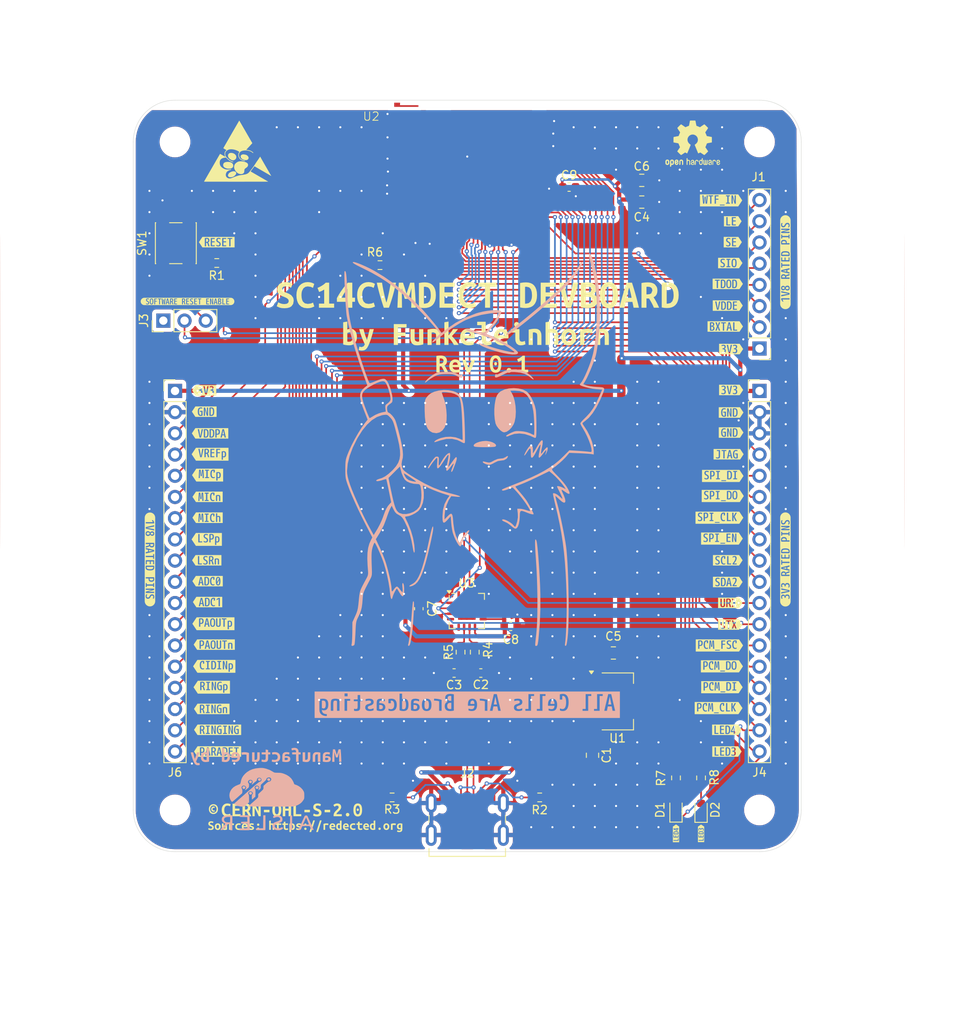
<source format=kicad_pcb>
(kicad_pcb (version 20240108) (generator "pcbnew") (generator_version "8.0")
  (title_block (title "SC14CVMDECT DEVBOARD") (date "2024-12-09") (rev "v0.1") (company "Funkeleinhorn"))
  (layers (0 "F.Cu" signal) (1 "In1.Cu" signal) (2 "In2.Cu" signal) (31 "B.Cu" signal) (34 "B.Paste" user) (35 "F.Paste" user) (36 "B.SilkS" user "B.Silkscreen") (37 "F.SilkS" user "F.Silkscreen") (38 "B.Mask" user) (39 "F.Mask" user) (44 "Edge.Cuts" user))
  (net 0 "")
  (net 1 "GND")
  (net 2 "VBUS")
  (net 3 "Net-(C2-Pad1)")
  (net 4 "Net-(C3-Pad1)")
  (net 5 "+3V3")
  (net 6 "Net-(D1-K)")
  (net 7 "Net-(D1-A)")
  (net 8 "Net-(D2-K)")
  (net 9 "Net-(D2-A)")
  (net 10 "Net-(J1-Pin_7)")
  (net 11 "Net-(J1-Pin_3)")
  (net 12 "Net-(J1-Pin_4)")
  (net 13 "Net-(J1-Pin_8)")
  (net 14 "Net-(J1-Pin_6)")
  (net 15 "Net-(J1-Pin_5)")
  (net 16 "Net-(J2-CC1)")
  (net 17 "Net-(J2-CC2)")
  (net 20 "Net-(J3-Pin_2)")
  (net 21 "Net-(J4-Pin_15)")
  (net 22 "Net-(J4-Pin_16)")
  (net 23 "Net-(J4-Pin_5)")
  (net 24 "Net-(J4-Pin_9)")
  (net 25 "Net-(J4-Pin_10)")
  (net 26 "Net-(J4-Pin_6)")
  (net 27 "Net-(J4-Pin_11)")
  (net 28 "Net-(J4-Pin_7)")
  (net 29 "Net-(J4-Pin_14)")
  (net 30 "Net-(J4-Pin_8)")
  (net 31 "Net-(J4-Pin_12)")
  (net 32 "Net-(J4-Pin_4)")
  (net 33 "Net-(J4-Pin_13)")
  (net 34 "Net-(U2-RSTn)")
  (net 35 "Net-(U3-USBDM)")
  (net 36 "Net-(U3-USBDP)")
  (net 37 "Net-(U2-CHARGE)")
  (net 55 "Net-(J1-Pin_2)")
  (net 56 "Net-(J6-Pin_9)")
  (net 57 "Net-(J6-Pin_5)")
  (net 58 "Net-(J6-Pin_14)")
  (net 59 "Net-(J6-Pin_3)")
  (net 60 "Net-(J6-Pin_12)")
  (net 61 "Net-(J6-Pin_18)")
  (net 62 "Net-(J6-Pin_11)")
  (net 63 "Net-(J6-Pin_17)")
  (net 64 "Net-(J6-Pin_7)")
  (net 65 "Net-(J6-Pin_8)")
  (net 66 "Net-(J6-Pin_13)")
  (net 67 "Net-(J6-Pin_15)")
  (net 68 "Net-(J6-Pin_6)")
  (net 69 "Net-(J6-Pin_4)")
  (net 70 "Net-(J6-Pin_10)")
  (net 71 "Net-(J6-Pin_16)")
  (net 72 "Net-(J3-Pin_3)")
  (footprint "kibuzzard-67576147" (layer "F.Cu") (at 118.9 105.1)
    (property "Reference" "kibuzzard-67576147" (hide yes))
    (property "Value" "G***" (hide yes))
  )
  (footprint "Capacitor_SMD:C_0603_1608Metric" (layer "F.Cu") (at 144.2 105.9 -90)
    (property "Reference" "C7")
    (property "Value" "100n")
  )
  (footprint "Resistor_SMD:R_0603_1608Metric" (layer "F.Cu") (at 178 126.16 90)
    (property "Reference" "R8")
    (property "Value" "470R")
  )
  (footprint "kibuzzard-67576138" (layer "F.Cu") (at 118.9 102.6)
    (property "Reference" "kibuzzard-67576138" (hide yes))
    (property "Value" "G***" (hide yes))
  )
  (footprint "MountingHole:MountingHole_3.2mm_M3_DIN965" (layer "F.Cu") (at 115 130)
    (property "Reference" "H3" (hide yes))
    (property "Value" "MountingHole")
  )
  (footprint "kibuzzard-67575F78" (layer "F.Cu") (at 188.1 100 90)
    (property "Reference" "kibuzzard-67575F78" (hide yes))
    (property "Value" "G***" (hide yes))
  )
  (footprint "kibuzzard-675763D6" (layer "F.Cu") (at 180.9 72.1)
    (property "Reference" "kibuzzard-675763D6" (hide yes))
    (property "Value" "G***" (hide yes))
  )
  (footprint "kibuzzard-6757616E" (layer "F.Cu") (at 119.6 107.7)
    (property "Reference" "kibuzzard-6757616E" (hide yes))
    (property "Value" "G***" (hide yes))
  )
  (footprint "Resistor_SMD:R_0603_1608Metric" (layer "F.Cu") (at 120 64.5)
    (property "Reference" "R1")
    (property "Value" "5K1")
  )
  (footprint "kibuzzard-6757634F" (layer "F.Cu") (at 180.4 57)
    (property "Reference" "kibuzzard-6757634F" (hide yes))
    (property "Value" "G***" (hide yes))
  )
  (footprint "kibuzzard-6757607D" (layer "F.Cu") (at 118.9 95)
    (property "Reference" "kibuzzard-6757607D" (hide yes))
    (property "Value" "G***" (hide yes))
  )
  (footprint "Connector_PinHeader_2.54mm:PinHeader_1x03_P2.54mm_Vertical" (layer "F.Cu") (at 113.6 71.4 90)
    (property "Reference" "J3")
    (property "Value" "Conn_01x03")
  )
  (footprint "Connector_PinHeader_2.54mm:PinHeader_1x18_P2.54mm_Vertical" (layer "F.Cu") (at 185 79.82)
    (property "Reference" "J4")
    (property "Value" "Conn_01x18")
  )
  (footprint "kibuzzard-67576487" (layer "F.Cu") (at 181.6 82.4)
    (property "Reference" "kibuzzard-67576487" (hide yes))
    (property "Value" "G***" (hide yes))
  )
  (footprint "kibuzzard-67575DB5" (layer "F.Cu") (at 120 62)
    (property "Reference" "kibuzzard-67575DB5" (hide yes))
    (property "Value" "G***" (hide yes))
  )
  (footprint "kibuzzard-6757636C" (layer "F.Cu") (at 181.8 62)
    (property "Reference" "kibuzzard-6757636C" (hide yes))
    (property "Value" "G***" (hide yes))
  )
  (footprint "Resistor_SMD:R_0603_1608Metric" (layer "F.Cu") (at 139.55 64.75)
    (property "Reference" "R6")
    (property "Value" "1K")
  )
  (footprint "MountingHole:MountingHole_3.2mm_M3_DIN965" (layer "F.Cu") (at 185 50)
    (property "Reference" "H2" (hide yes))
    (property "Value" "MountingHole")
  )
  (footprint "kibuzzard-67576660" (layer "F.Cu") (at 181.1 123)
    (property "Reference" "kibuzzard-67576660" (hide yes))
    (property "Value" "G***" (hide yes))
  )
  (footprint "Button_Switch_SMD:SW_SPST_PTS647_Sx70" (layer "F.Cu") (at 115.1 62.125 90)
    (property "Reference" "SW1")
    (property "Value" "SW_Push")
  )
  (footprint "kibuzzard-67576C6D" (layer "F.Cu") (at 175 132.8 90)
    (property "Reference" "kibuzzard-67576C6D" (hide yes))
    (property "Value" "G***" (hide yes))
  )
  (footprint "kibuzzard-675765AC" (layer "F.Cu") (at 181.2 102.7)
    (property "Reference" "kibuzzard-675765AC" (hide yes))
    (property "Value" "G***" (hide yes))
  )
  (footprint "LED_SMD:LED_0603_1608Metric" (layer "F.Cu") (at 178 130 90)
    (property "Reference" "D2")
    (property "Value" "ORH-B36G")
  )
  (footprint "Capacitor_SMD:C_0603_1608Metric" (layer "F.Cu") (at 155.2 108)
    (property "Reference" "C8")
    (property "Value" "100n")
  )
  (footprint "kibuzzard-675765D1" (layer "F.Cu") (at 181.5 107.8)
    (property "Reference" "kibuzzard-675765D1" (hide yes))
    (property "Value" "G***" (hide yes))
  )
  (footprint "kibuzzard-675761BC" (layer "F.Cu") (at 119.7 112.8)
    (property "Reference" "kibuzzard-675761BC" (hide yes))
    (property "Value" "G***" (hide yes))
  )
  (footprint "kibuzzard-67576075" (layer "F.Cu") (at 118.9 92.5)
    (property "Reference" "kibuzzard-67576075" (hide yes))
    (property "Value" "G***" (hide yes))
  )
  (footprint "custom_library:SC14CVMDECT" (layer "F.Cu") (at 150 51.75)
    (property "Reference" "U2")
    (property "Value" "SC14CVMDECT")
  )
  (footprint "kibuzzard-67576C4F" (layer "F.Cu") (at 116.5 69.1)
    (property "Reference" "kibuzzard-67576C4F" (hide yes))
    (property "Value" "G***" (hide yes))
  )
  (footprint "Package_TO_SOT_SMD:SOT-223-3_TabPin2" (layer "F.Cu") (at 168 117)
    (property "Reference" "U1")
    (property "Value" "TLV1117LV33")
  )
  (footprint "Resistor_SMD:R_0603_1608Metric" (layer "F.Cu") (at 150.9 111.1 90)
    (property "Reference" "R4")
    (property "Value" "27R")
  )
  (footprint "kibuzzard-67575390" (layer "F.Cu") (at 151.05 73.25)
    (property "Reference" "kibuzzard-67575390" (hide yes))
    (property "Value" "G***" (hide yes))
  )
  (footprint "kibuzzard-6757638A" (layer "F.Cu") (at 181.5 64.5)
    (property "Reference" "kibuzzard-6757638A" (hide yes))
    (property "Value" "G***" (hide yes))
  )
  (footprint "kibuzzard-67575DF0" (layer "F.Cu") (at 118.5 82.3)
    (property "Reference" "kibuzzard-67575DF0" (hide yes))
    (property "Value" "G***" (hide yes))
  )
  (footprint "kibuzzard-67576569" (layer "F.Cu") (at 180.2 95)
    (property "Reference" "kibuzzard-67576569" (hide yes))
    (property "Value" "G***" (hide yes))
  )
  (footprint "kibuzzard-67575EB8" (layer "F.Cu") (at 112 100 -90)
    (property "Reference" "kibuzzard-67575EB8" (hide yes))
    (property "Value" "G***" (hide yes))
  )
  (footprint "Capacitor_SMD:C_0805_2012Metric" (layer "F.Cu") (at 165 123.45 -90)
    (property "Reference" "C1")
    (property "Value" "2u2")
  )
  (footprint "Package_DFN_QFN:QFN-16-1EP_4x4mm_P0.65mm_EP2.1x2.1mm" (layer "F.Cu") (at 149.95 106.175)
    (property "Reference" "U3")
    (property "Value" "FT230XQ")
  )
  (footprint "Connector_USB:USB_C_Receptacle_JAE_DX07S016JA1R1500" (layer "F.Cu") (at 150 131.85)
    (property "Reference" "J2")
    (property "Value" "USB_C_Receptacle_USB2.0_16P")
  )
  (footprint "kibuzzard-6757657B" (layer "F.Cu") (at 180.5 97.5)
    (property "Reference" "kibuzzard-6757657B" (hide yes))
    (property "Value" "G***" (hide yes))
  )
  (footprint "LOGO" (layer "F.Cu") (at 122.694939 51.27909)
    (property "Reference" "G***" (hide yes))
    (property "Value" "LOGO" (hide yes))
  )
  (footprint "Capacitor_SMD:C_0603_1608Metric" (layer "F.Cu") (at 162.2 55.4)
    (property "Reference" "C9")
    (property "Value" "47p")
  )
  (footprint "kibuzzard-67576184" (layer "F.Cu") (at 119.7 110.2)
    (property "Reference" "kibuzzard-67576184" (hide yes))
    (property "Value" "G***" (hide yes))
  )
  (footprint "kibuzzard-675763C9" (layer "F.Cu") (at 181.2 69.6)
    (property "Reference" "kibuzzard-675763C9" (hide yes))
    (property "Value" "G***" (hide yes))
  )
  (footprint "kibuzzard-675753CF" (layer "F.Cu") (at 151.25 68.35)
    (property "Reference" "kibuzzard-675753CF" (hide yes))
    (property "Value" "G***" (hide yes))
  )
  (footprint "kibuzzard-6757604E" (layer "F.Cu") (at 118.9 89.9)
    (property "Reference" "kibuzzard-6757604E" (hide yes))
    (property "Value" "G***" (hide yes))
  )
  (footprint "kibuzzard-67575E60" (layer "F.Cu") (at 119.2 84.9)
    (property "Reference" "kibuzzard-67575E60" (hide yes))
    (property "Value" "G***" (hide yes))
  )
  (footprint "kibuzzard-67576033" (layer "F.Cu") (at 119.2 87.4)
    (property "Reference" "kibuzzard-67576033" (hide yes))
    (property "Value" "G***" (hide yes))
  )
  (footprint "kibuzzard-675763F4" (layer "F.Cu") (at 181.6 74.8)
    (property "Reference" "kibuzzard-675763F4" (hide yes))
    (property "Value" "G***" (hide yes))
  )
  (footprint "kibuzzard-675756D3" (layer "F.Cu") (at 119.6 129.9)
    (property "Reference" "kibuzzard-675756D3" (hide yes))
    (property "Value" "G***" (hide yes))
  )
  (footprint "Resistor_SMD:R_0603_1608Metric" (layer "F.Cu") (at 158.675 128.5)
    (property "Reference" "R2")
    (property "Value" "5K1")
  )
  (footprint "kibuzzard-67575DD6" (layer "F.Cu") (at 118.5 79.75)
    (property "Reference" "kibuzzard-67575DD6" (hide yes))
    (property "Value" "G***" (hide yes))
  )
  (footprint "Capacitor_SMD:C_0805_2012Metric" (layer "F.Cu") (at 170.9 57.2)
    (property "Reference" "C4")
    (property "Value" "2u2")
  )
  (footprint "kibuzzard-6757620D" (layer "F.Cu") (at 120.1 120.4)
    (property "Reference" "kibuzzard-6757620D" (hide yes))
    (property "Value" "G***" (hide yes))
  )
  (footprint "kibuzzard-67576478" (layer "F.Cu") (at 181.6 79.7)
    (property "Reference" "kibuzzard-67576478" (hide yes))
    (property "Value" "G***" (hide yes))
  )
  (footprint "kibuzzard-6757639A" (layer "F.Cu") (at 181.2 67)
    (property "Reference" "kibuzzard-6757639A" (hide yes))
    (property "Value" "G***" (hide yes))
  )
  (footprint "Symbol:OSHW-Logo2_7.3x6mm_SilkScreen" (layer "F.Cu") (at 177 50.2)
    (property "Reference" "REF**" (hide yes))
    (property "Value" "OSHW-Logo2_7.3x6mm_SilkScreen" (hide yes))
  )
  (footprint "kibuzzard-6757621E" (layer "F.Cu") (at 120.1 123)
    (property "Reference" "kibuzzard-6757621E" (hide yes))
    (property "Value" "G***" (hide yes))
  )
  (footprint "kibuzzard-6757635E" (layer "F.Cu") (at 181.8 59.5)
    (property "Reference" "kibuzzard-6757635E" (hide yes))
    (property "Value" "G***" (hide yes))
  )
  (footprint "kibuzzard-67575747" (layer "F.Cu") (at 130.6 131.95)
    (property "Reference" "kibuzzard-67575747" (hide yes))
    (property "Value" "G***" (hide yes))
  )
  (footprint "kibuzzard-6757661A" (layer "F.Cu") (at 180.5 112.8)
    (property "Reference" "kibuzzard-6757661A" (hide yes))
    (property "Value" "G***" (hide yes))
  )
  (footprint "kibuzzard-675760A1" (layer "F.Cu") (at 118.8 97.6)
    (property "Reference" "kibuzzard-675760A1" (hide yes))
    (property "Value" "G***" (hide yes))
  )
  (footprint "kibuzzard-67576490" (layer "F.Cu") (at 181.6 84.8)
    (property "Reference" "kibuzzard-67576490" (hide yes))
    (property "Value" "G***" (hide yes))
  )
  (footprint "kibuzzard-67575F62" (layer "F.Cu") (at 188.1 64.4 90)
    (property "Reference" "kibuzzard-67575F62" (hide yes))
    (property "Value" "G***" (hide yes))
  )
  (footprint "kibuzzard-67576C73" (layer "F.Cu") (at 178 132.8 90)
    (property "Reference" "kibuzzard-67576C73" (hide yes))
    (property "Value" "G***" (hide yes))
  )
  (footprint "kibuzzard-67576627" (layer "F.Cu") (at 180.5 115.3)
    (property "Reference" "kibuzzard-67576627" (hide yes))
    (property "Value" "G***" (hide yes))
  )
  (footprint "Capacitor_SMD:C_0805_2012Metric" (layer "F.Cu") (at 167.5 111.2 180)
    (property "Reference" "C5")
    (property "Value" "2u2")
  )
  (footprint "Capacitor_SMD:C_0603_1608Metric" (layer "F.Cu") (at 151.625 113.6)
    (property "Reference" "C2")
    (property "Value" "47p")
  )
  (footprint "Connector_PinHeader_2.54mm:PinHeader_1x18_P2.54mm_Vertical" (layer "F.Cu") (at 115 79.82)
    (property "Reference" "J6")
    (property "Value" "Conn_01x18")
  )
  (footprint "kibuzzard-675761E9" (layer "F.Cu") (at 119.4 117.9)
    (property "Reference" "kibuzzard-675761E9" (hide yes))
    (property "Value" "G***" (hide yes))
  )
  (footprint "Capacitor_SMD:C_0603_1608Metric" (layer "F.Cu") (at 148.425 113.6 180)
    (property "Reference" "C3")
    (property "Value" "47p")
  )
  (footprint "kibuzzard-675764D8" (layer "F.Cu") (at 181.3 87.4)
    (property "Reference" "kibuzzard-675764D8" (hide yes))
    (property "Value" "G***" (hide yes))
  )
  (footprint "kibuzzard-67577969" (layer "F.Cu") (at 151.8 76.6)
    (property "Reference" "kibuzzard-67577969" (hide yes))
    (property "Value" "G***" (hide yes))
  )
  (footprint "Resistor_SMD:R_0603_1608Metric" (layer "F.Cu") (at 141 128.5 180)
    (property "Reference" "R3")
    (property "Value" "5K1")
  )
  (footprint "Connector_PinHeader_2.54mm:PinHeader_1x08_P2.54mm_Vertical" (layer "F.Cu") (at 185 74.74 180)
    (property "Reference" "J1")
    (property "Value" "Conn_01x08")
  )
  (footprint "LED_SMD:LED_0603_1608Metric" (layer "F.Cu") (at 175 129.97 90)
    (property "Reference" "D1")
    (property "Value" "OSK40603C1E")
  )
  (footprint "kibuzzard-6757659F" (layer "F.Cu") (at 181.2 100.1)
    (property "Reference" "kibuzzard-6757659F" (hide yes))
    (property "Value" "G***" (hide yes))
  )
  (footprint "kibuzzard-6757652F" (layer "F.Cu") (at 180.6 90)
    (property "Reference" "kibuzzard-6757652F" (hide yes))
    (property "Value" "G***" (hide yes))
  )
  (footprint "Capacitor_SMD:C_0805_2012Metric" (layer "F.Cu") (at 170.9 54.6)
    (property "Reference" "C6")
    (property "Value" "10u")
  )
  (footprint "MountingHole:MountingHole_3.2mm_M3_DIN965" (layer "F.Cu") (at 115 50)
    (property "Reference" "H1" (hide yes))
    (property "Value" "MountingHole")
  )
  (footprint "kibuzzard-675765C1" (layer "F.Cu") (at 181.5 105.2)
    (property "Reference" "kibuzzard-675765C1" (hide yes))
    (property "Value" "G***" (hide yes))
  )
  (footprint "kibuzzard-6757660D" (layer "F.Cu") (at 180.2 110.3)
    (property "Reference" "kibuzzard-6757660D" (hide yes))
    (property "Value" "G***" (hide yes))
  )
  (footprint "Resistor_SMD:R_0603_1608Metric" (layer "F.Cu") (at 175 126.16 -90)
    (property "Reference" "R7")
    (property "Value" "470R")
  )
  (footprint "kibuzzard-675761D3" (layer "F.Cu") (at 119.4 115.3)
    (property "Reference" "kibuzzard-675761D3" (hide yes))
    (property "Value" "G***" (hide yes))
  )
  (footprint "kibuzzard-67576CB2" (layer "F.Cu") (at 129 130)
    (property "Reference" "kibuzzard-67576CB2" (hide yes))
    (property "Value" "G***" (hide yes))
  )
  (footprint "kibuzzard-675760B0" (layer "F.Cu") (at 118.8 100.1)
    (property "Reference" "kibuzzard-675760B0" (hide yes))
    (property "Value" "G***" (hide yes))
  )
  (footprint "kibuzzard-6757663B" (layer "F.Cu") (at 180.1 117.8)
    (property "Reference" "kibuzzard-6757663B" (hide yes))
    (property "Value" "G***" (hide yes))
  )
  (footprint "kibuzzard-67576652" (layer "F.Cu") (at 181.1 120.4)
    (property "Reference" "kibuzzard-67576652" (hide yes))
    (property "Value" "G***" (hide yes))
  )
  (footprint "kibuzzard-67576547" (layer "F.Cu") (at 180.6 92.4)
    (property "Reference" "kibuzzard-67576547" (hide yes))
    (property "Value" "G***" (hide yes))
  )
  (footprint "MountingHole:MountingHole_3.2mm_M3_DIN965" (layer "F.Cu") (at 185 130)
    (property "Reference" "H4" (hide yes))
    (property "Value" "MountingHole")
  )
  (footprint "Resistor_SMD:R_0603_1608Metric" (layer "F.Cu") (at 149.2 111.1 90)
    (property "Reference" "R5")
    (property "Value" "27R")
  )
  (footprint "LOGO" (layer "B.Cu") (at 126 128.7 180)
    (property "Reference" "G***" (hide yes))
    (property "Value" "LOGO" (hide yes))
  )
  (footprint "LOGO" (layer "B.Cu") (at 148.214811 79.872022 180)
    (property "Reference" "G***" (hide yes))
    (property "Value" "LOGO" (hide yes))
  )
  (footprint "kibuzzard-67576AD7" (layer "B.Cu") (at 125.9 123.6 180)
    (property "Reference" "kibuzzard-67576AD7" (hide yes))
    (property "Value" "G***" (hide yes))
  )
  (footprint "kibuzzard-675758CB" (layer "B.Cu") (at 150 117.4 180)
    (property "Reference" "kibuzzard-675758CB" (hide yes))
    (property "Value" "G***" (hide yes))
  )
  (gr_line (start 185 135) (end 115 135) (stroke (width 0.05)) (layer "Edge.Cuts"))
  (gr_arc (start 190 130) (mid 188.535534 133.535534) (end 185 135) (stroke (width 0.05)) (layer "Edge.Cuts"))
  (gr_arc (start 115 135) (mid 111.464466 133.535534) (end 110 130) (stroke (width 0.05)) (layer "Edge.Cuts"))
  (gr_arc (start 185 45) (mid 188.535534 46.464466) (end 190 50) (stroke (width 0.05)) (layer "Edge.Cuts"))
  (gr_line (start 190 50) (end 190 130) (stroke (width 0.05)) (layer "Edge.Cuts"))
  (gr_line (start 115 45) (end 185 45) (stroke (width 0.05)) (layer "Edge.Cuts"))
  (gr_line (start 110 130) (end 110 50) (stroke (width 0.05)) (layer "Edge.Cuts"))
  (gr_arc (start 110 50) (mid 111.464466 46.464466) (end 115 45) (stroke (width 0.05)) (layer "Edge.Cuts"))
  (segment (start 140.4 55.1) (end 140.4 55.2) (width 0.5) (layer "F.Cu") (net 1))
  (segment (start 152.75 62.35) (end 152.75 61.17) (width 0.2) (layer "F.Cu") (net 1))
  (segment (start 149.625 106.5) (end 149.95 106.175) (width 0.2) (layer "F.Cu") (net 1))
  (segment (start 140.4 55.9) (end 140.4 56.2) (width 0.5) (layer "F.Cu") (net 1))
  (segment (start 172.975 57.2) (end 171.85 57.2) (width 0.5) (layer "F.Cu") (net 1))
  (segment (start 145.5 62.2) (end 145.75 61.95) (width 0.2) (layer "F.Cu") (net 1))
  (segment (start 158.625 51) (end 159.8 51) (width 0.2) (layer "F.Cu") (net 1))
  (segment (start 156 126.5) (end 157.5 126.5) (width 0.5) (layer "F.Cu") (net 1))
  (segment (start 145.75 61.17) (end 145.75 60.05) (width 0.2) (layer "F.Cu") (net 1))
  (segment (start 145.430025 126.569975) (end 145.36005 126.5) (width 0.5) (layer "F.Cu") (net 1))
  (segment (start 158.625 48) (end 157.5 48) (width 0.2) (layer "F.Cu") (net 1))
  (segment (start 140.5 49.5) (end 140.45 49.45) (width 0.2) (layer "F.Cu") (net 1))
  (segment (start 145.25 61.17) (end 145.25 61.95) (width 0.2) (layer "F.Cu") (net 1))
  (segment (start 154.63995 126.5) (end 156 126.5) (width 0.5) (layer "F.Cu") (net 1))
  (segment (start 141.375 49.5) (end 140.5 49.5) (width 0.2) (layer "F.Cu") (net 1))
  (segment (start 146.9 128.8) (end 146.9 128.03995) (width 0.5) (layer "F.Cu") (net 1))
  (segment (start 146.9 128.03995) (end 145.430025 126.569975) (width 0.5) (layer "F.Cu") (net 1))
  (segment (start 158.625 56) (end 157.55 56) (width 0.2) (layer "F.Cu") (net 1))
  (segment (start 142.45 55.5) (end 142.65 55.5) (width 0.2) (layer "F.Cu") (net 1))
  (segment (start 155.25 62.25) (end 155.2 62.3) (width 0.2) (layer "F.Cu") (net 1))
  (segment (start 153.1 128.8) (end 153.1 128.03995) (width 0.5) (layer "F.Cu") (net 1))
  (segment (start 142.175 126.5) (end 140.175 128.5) (width 0.5) (layer "F.Cu") (net 1))
  (segment (start 159.6 46.7) (end 160.4 47.5) (width 0.2) (layer "F.Cu") (net 1))
  (segment (start 141.375 55.5) (end 140.4 55.5) (width 0.2) (layer "F.Cu") (net 1))
  (segment (start 157.5 126.5) (end 159.5 128.5) (width 0.5) (layer "F.Cu") (net 1))
  (segment (start 158.625 49) (end 157.6 49) (width 0.2) (layer "F.Cu") (net 1))
  (segment (start 140.5 53.55) (end 140.55 53.5) (width 0.2) (layer "F.Cu") (net 1))
  (segment (start 154.569975 126.569975) (end 154.63995 126.5) (width 0.5) (layer "F.Cu") (net 1))
  (segment (start 155.2 62.3) (end 154.9 62.3) (width 0.2) (layer "F.Cu") (net 1))
  (segment (start 163.025 56.475) (end 163.025 55.4) (width 0.5) (layer "F.Cu") (net 1))
  (segment (start 159.9 48) (end 160.4 47.5) (width 0.2) (layer "F.Cu") (net 1))
  (segment (start 140.5 55) (end 140.4 55.1) (width 0.2) (layer "F.Cu") (net 1))
  (segment (start 159.8 50) (end 158.625 50) (width 0.2) (layer "F.Cu") (net 1))
  (segment (start 141.375 46.7) (end 142.4 46.7) (width 0.2) (layer "F.Cu") (net 1))
  (segment (start 158.625 49) (end 160.3 49) (width 0.2) (layer "F.Cu") (net 1))
  (segment (start 145.75 61.95) (end 145.75 61.17) (width 0.2) (layer "F.Cu") (net 1))
  (segment (start 141.375 56) (end 140.5 56) (width 0.2) (layer "F.Cu") (net 1))
  (segment (start 158.625 47.5) (end 160.4 47.5) (width 0.2) (layer "F.Cu") (net 1))
  (segment (start 183.19 82.36) (end 185 82.36) (width 0.5) (layer "F.Cu") (net 1))
  (segment (start 145.25 61.95) (end 145.5 62.2) (width 0.2) (layer "F.Cu") (net 1))
  (segment (start 160.3 50.5) (end 159.8 50) (width 0.2) (layer "F.Cu") (net 1))
  (segment (start 140.4 55.2) (end 140.4 55.5) (width 0.5) (layer "F.Cu") (net 1))
  (segment (start 155.25 61.17) (end 155.25 62.25) (width 0.2) (layer "F.Cu") (net 1))
  (segment (start 141.375 56) (end 142.65 56) (width 0.2) (layer "F.Cu") (net 1))
  (segment (start 141.375 55) (end 142.55 55) (width 0.2) (layer "F.Cu") (net 1))
  (segment (start 156.05 61.17) (end 156.05 61.95) (width 0.2) (layer "F.Cu") (net 1))
  (segment (start 158.625 47.5) (end 157.55 47.5) (width 0.2) (layer "F.Cu") (net 1))
  (segment (start 155.975 106.625) (end 156 106.6) (width 0.5) (layer "F.Cu") (net 1))
  (segment (start 143.95 61.95) (end 143.8 62.1) (width 0.2) (layer "F.Cu") (net 1))
  (segment (start 141.375 49.5) (end 142.55 49.5) (width 0.2) (layer "F.Cu") (net 1))
  (segment (start 163 56.5) (end 163.025 56.475) (width 0.5) (layer "F.Cu") (net 1))
  (segment (start 182.5 83.95) (end 183.45 84.9) (width 0.5) (layer "F.Cu") (net 1))
  (segment (start 155.3 62.3) (end 155.25 62.25) (width 0.2) (layer "F.Cu") (net 1))
  (segment (start 158.625 51) (end 157.45 51) (width 0.2) (layer "F.Cu") (net 1))
  (segment (start 145.25 61.17) (end 145.25 60.05) (width 0.2) (layer "F.Cu") (net 1))
  (segment (start 140.55 53.5) (end 141.375 53.5) (width 0.2) (layer "F.Cu") (net 1))
  (segment (start 164.85 112.9) (end 166.55 111.2) (width 0.5) (layer "F.Cu") (net 1))
  (segment (start 159.8 51) (end 160.3 50.5) (width 0.2) (layer "F.Cu") (net 1))
  (segment (start 146.8 106.8) (end 144.325 106.8) (width 0.5) (layer "F.Cu") (net 1))
  (segment (start 141.375 56.5) (end 142.65 56.5) (width 0.2) (layer "F.Cu") (net 1))
  (segment (start 172.9875 57.1875) (end 172.975 57.2) (width 0.5) (layer "F.Cu") (net 1))
  (segment (start 141.375 52) (end 142.55 52) (width 0.2) (layer "F.Cu") (net 1))
  (segment (start 158.625 50.5) (end 160.3 50.5) (width 0.2) (layer "F.Cu") (net 1))
  (segment (start 143.95 61.17) (end 143.95 61.95) (width 0.2) (layer "F.Cu") (net 1))
  (segment (start 149.25 61.17) (end 149.25 60.15) (width 0.2) (layer "F.Cu") (net 1))
  (segment (start 173 54.6) (end 171.85 54.6) (width 0.5) (layer "F.Cu") (net 1))
  (segment (start 183.45 84.9) (end 185 84.9) (width 0.5) (layer "F.Cu") (net 1))
  (segment (start 113.5 64.75) (end 113.5 59.5) (width 0.5) (layer "F.Cu") (net 1))
  (segment (start 158.625 48) (end 159.9 48) (width 0.2) (layer "F.Cu") (net 1))
  (segment (start 158.625 46.7) (end 158 46.7) (width 0.2) (layer "F.Cu") (net 1))
  (segment (start 140.45 52) (end 141.375 52) (width 0.2) (layer "F.Cu") (net 1))
  (segment (start 144.325 106.8) (end 144.2 106.675) (width 0.5) (layer "F.Cu") (net 1))
  (segment (start 157.5 126.5) (end 159.6 124.4) (width 0.5) (layer "F.Cu") (net 1))
  (segment (start 156.05 61.95) (end 155.7 62.3) (width 0.2) (layer "F.Cu") (net 1))
  (segment (start 158.625 50.5) (end 157.5 50.5) (width 0.2) (layer "F.Cu") (net 1))
  (segment (start 150.925 103.175) (end 150.925 104.225) (width 0.2) (layer "F.Cu") (net 1))
  (segment (start 140.5 46.7) (end 140.45 46.65) (width 0.2) (layer "F.Cu") (net 1))
  (segment (start 152.4 113.6) (end 153.8 113.6) (width 0.5) (layer "F.Cu") (net 1))
  (segment (start 155.975 108) (end 155.975 106.625) (width 0.5) (layer "F.Cu") (net 1))
  (segment (start 172.7 54.6) (end 173 54.6) (width 0.5) (layer "F.Cu") (net 1))
  (segment (start 141.375 53.5) (end 142.55 53.5) (width 0.2) (layer "F.Cu") (net 1))
  (segment (start 152.7 62.4) (end 152.75 62.35) (width 0.2) (layer "F.Cu") (net 1))
  (segment (start 159.4 56) (end 159.8 55.6) (width 0.2) (layer "F.Cu") (net 1))
  (segment (start 153.1 128.03995) (end 154.569975 126.569975) (width 0.5) (layer "F.Cu") (net 1))
  (segment (start 143.5 126.5) (end 142.175 126.5) (width 0.5) (layer "F.Cu") (net 1))
  (segment (start 141.375 55) (end 140.5 55) (width 0.2) (layer "F.Cu") (net 1))
  (segment (start 158.625 56) (end 159.4 56) (width 0.2) (layer "F.Cu") (net 1))
  (segment (start 140.4 55.5) (end 140.4 55.9) (width 0.5) (layer "F.Cu") (net 1))
  (segment (start 145.36005 126.5) (end 143.5 126.5) (width 0.5) (layer "F.Cu") (net 1))
  (segment (start 143.95 61.17) (end 143.95 60.2) (width 0.2) (layer "F.Cu") (net 1))
  (segment (start 150.925 104.225) (end 150.925 105.2) (width 0.2) (layer "F.Cu") (net 1))
  (segment (start 182.5 83.35) (end 182.5 83.95) (width 0.5) (layer "F.Cu") (net 1))
  (segment (start 164.85 114.7) (end 164.85 112.9) (width 0.5) (layer "F.Cu") (net 1))
  (segment (start 141.375 56.5) (end 140.4 56.5) (width 0.2) (layer "F.Cu") (net 1))
  (segment (start 142.55 55) (end 142.65 55) (width 0.2) (layer "F.Cu") (net 1))
  (segment (start 150.925 105.2) (end 149.95 106.175) (width 0.2) (layer "F.Cu") (net 1))
  (segment (start 158.625 46.7) (end 159.6 46.7) (width 0.2) (layer "F.Cu") (net 1))
  (segment (start 146.8 106.8) (end 147.1 106.5) (width 0.2) (layer "F.Cu") (net 1))
  (segment (start 140.5 56) (end 140.4 55.9) (width 0.2) (layer "F.Cu") (net 1))
  (segment (start 182.5 83.35) (end 182.5 83.05) (width 0.5) (layer "F.Cu") (net 1))
  (segment (start 182.5 83.05) (end 183.19 82.36) (width 0.5) (layer "F.Cu") (net 1))
  (segment (start 159.6 124.4) (end 165 124.4) (width 0.5) (layer "F.Cu") (net 1))
  (segment (start 158 46.7) (end 157.75 46.7) (width 0.2) (layer "F.Cu") (net 1))
  (segment (start 140.4 56.2) (end 140.4 56.5) (width 0.5) (layer "F.Cu") (net 1))
  (segment (start 141.375 46.7) (end 140.5 46.7) (width 0.2) (layer "F.Cu") (net 1))
  (segment (start 155.7 62.3) (end 155.3 62.3) (width 0.2) (layer "F.Cu") (net 1))
  (segment (start 141.375 55.5) (end 142.45 55.5) (width 0.2) (layer "F.Cu") (net 1))
  (segment (start 148 106.5) (end 149.625 106.5) (width 0.2) (layer "F.Cu") (net 1))
  (segment (start 154.75 62.15) (end 154.75 61.17) (width 0.2) (layer "F.Cu") (net 1))
  (segment (start 113.5 59.5) (end 113.5 57) (width 0.5) (layer "F.Cu") (net 1))
  (segment (start 147.65 113.6) (end 146 113.6) (width 0.5) (layer "F.Cu") (net 1))
  (segment (start 158.625 50) (end 157.55 50) (width 0.2) (layer "F.Cu") (net 1))
  (segment (start 147.1 106.5) (end 148 106.5) (width 0.2) (layer "F.Cu") (net 1))
  (segment (start 154.9 62.3) (end 154.75 62.15) (width 0.2) (layer "F.Cu") (net 1))
  (via (at 129.72 48.24175) (size 0.5) (drill 0.25) (layers "F.Cu" "B.Cu") (net 1))
  (via (at 180.52 50.78175) (size 0.5) (drill 0.25) (layers "F.Cu" "B.Cu") (net 1))
  (via (at 139.88 83.80175) (size 0.5) (drill 0.25) (layers "F.Cu" "B.Cu") (net 1))
  (via (at 160.2 96.50175) (size 0.5) (drill 0.25) (layers "F.Cu" "B.Cu") (net 1))
  (via (at 172.9 78.72175) (size 0.5) (drill 0.25) (layers "F.Cu" "B.Cu") (net 1))
  (via (at 132.26 121.90175) (size 0.5) (drill 0.25) (layers "F.Cu" "B.Cu") (net 1))
  (via (at 177.98 58.40175) (size 0.5) (drill 0.25) (layers "F.Cu" "B.Cu") (net 1))
  (via (at 142.42 83.80175) (size 0.5) (drill 0.25) (layers "F.Cu" "B.Cu") (net 1))
  (via (at 188.14 91.42175) (size 0.5) (drill 0.25) (layers "F.Cu" "B.Cu") (net 1))
  (via (at 124.64 116.82175) (size 0.5) (drill 0.25) (layers "F.Cu" "B.Cu") (net 1))
  (via (at 182.5 83.35) (size 0.5) (drill 0.25) (layers "F.Cu" "B.Cu") (net 1))
  (via (at 188.14 78.72175) (size 0.5) (drill 0.25) (layers "F.Cu" "B.Cu") (net 1))
  (via (at 124.64 68.56175) (size 0.5) (drill 0.25) (layers "F.Cu" "B.Cu") (net 1))
  (via (at 129.72 116.82175) (size 0.5) (drill 0.25) (layers "F.Cu" "B.Cu") (net 1))
  (via (at 139.88 116.82175) (size 0.5) (drill 0.25) (layers "F.Cu" "B.Cu") (net 1))
  (via (at 124.64 55.86175) (size 0.5) (drill 0.25) (layers "F.Cu" "B.Cu") (net 1))
  (via (at 155.12 99.04175) (size 0.5) (drill 0.25) (layers "F.Cu" "B.Cu") (net 1))
  (via (at 124.64 71.10175) (size 0.5) (drill 0.25) (layers "F.Cu" "B.Cu") (net 1))
  (via (at 147.5 93.96175) (size 0.5) (drill 0.25) (layers "F.Cu" "B.Cu") (net 1))
  (via (at 170.36 78.72175) (size 0.5) (drill 0.25) (layers "F.Cu" "B.Cu") (net 1))
  (via (at 188.14 109.20175) (size 0.5) (drill 0.25) (layers "F.Cu" "B.Cu") (net 1))
  (via (at 137.34 86.34175) (size 0.5) (drill 0.25) (layers "F.Cu" "B.Cu") (net 1))
  (via (at 134.8 116.82175) (size 0.5) (drill 0.25) (layers "F.Cu" "B.Cu") (net 1))
  (via (at 111.94 93.96175) (size 0.5) (drill 0.25) (layers "F.Cu" "B.Cu") (net 1))
  (via (at 139.88 109.20175) (size 0.5) (drill 0.25) (layers "F.Cu" "B.Cu") (net 1))
  (via (at 160.2 99.04175) (size 0.5) (drill 0.25) (layers "F.Cu" "B.Cu") (net 1))
  (via (at 137.34 55.86175) (size 0.5) (drill 0.25) (layers "F.Cu" "B.Cu") (net 1))
  (via (at 144.96 81.26175) (size 0.5) (drill 0.25) (layers "F.Cu" "B.Cu") (net 1))
  (via (at 122.1 60.94175) (size 0.5) (drill 0.25) (layers "F.Cu" "B.Cu") (net 1))
  (via (at 160.3 49) (size 0.5) (drill 0.25) (layers "F.Cu" "B.Cu") (net 1))
  (via (at 162.74 78.72175) (size 0.5) (drill 0.25) (layers "F.Cu" "B.Cu") (net 1))
  (via (at 132.26 71.10175) (size 0.5) (drill 0.25) (layers "F.Cu" "B.Cu") (net 1))
  (via (at 134.8 109.20175) (size 0.5) (drill 0.25) (layers "F.Cu" "B.Cu") (net 1))
  (via (at 157.66 81.26175) (size 0.5) (drill 0.25) (layers "F.Cu" "B.Cu") (net 1))
  (via (at 132.26 68.56175) (size 0.5) (drill 0.25) (layers "F.Cu" "B.Cu") (net 1))
  (via (at 137.34 119.36175) (size 0.5) (drill 0.25) (layers "F.Cu" "B.Cu") (net 1))
  (via (at 172.9 86.34175) (size 0.5) (drill 0.25) (layers "F.Cu" "B.Cu") (net 1))
  (via (at 142.42 104.12175) (size 0.5) (drill 0.25) (layers "F.Cu" "B.Cu") (net 1))
  (via (at 172.9 132.06175) (size 0.5) (drill 0.25) (layers "F.Cu" "B.Cu") (net 1))
  (via (at 139.88 106.66175) (size 0.5) (drill 0.25) (layers "F.Cu" "B.Cu") (net 1))
  (via (at 137.34 81.26175) (size 0.5) (drill 0.25) (layers "F.Cu" "B.Cu") (net 1))
  (via (at 137.34 114.28175) (size 0.5) (drill 0.25) (layers "F.Cu" "B.Cu") (net 1))
  (via (at 139.88 104.12175) (size 0.5) (drill 0.25) (layers "F.Cu" "B.Cu") (net 1))
  (via (at 142.42 111.74175) (size 0.5) (drill 0.25) (layers "F.Cu" "B.Cu") (net 1))
  (via (at 145.5 62.2) (size 0.5) (drill 0.25) (layers "F.Cu" "B.Cu") (net 1))
  (via (at 162.74 119.36175) (size 0.5) (drill 0.25) (layers "F.Cu" "B.Cu") (net 1))
  (via (at 132.26 124.44175) (size 0.5) (drill 0.25) (layers "F.Cu" "B.Cu") (net 1))
  (via (at 156 106.6) (size 0.5) (drill 0.25) (layers "F.Cu" "B.Cu") (net 1))
  (via (at 159.8 55.6) (size 0.5) (drill 0.25) (layers "F.Cu" "B.Cu") (net 1))
  (via (at 160.2 88.88175) (size 0.5) (drill 0.25) (layers "F.Cu" "B.Cu") (net 1))
  (via (at 139.88 111.74175) (size 0.5) (drill 0.25) (layers "F.Cu" "B.Cu") (net 1))
  (via (at 165.28 48.24175) (size 0.5) (drill 0.25) (layers "F.Cu" "B.Cu") (net 1))
  (via (at 147.5 81.26175) (size 0.5) (drill 0.25) (layers "F.Cu" "B.Cu") (net 1))
  (via (at 165.28 132.06175) (size 0.5) (drill 0.25) (layers "F.Cu" "B.Cu") (net 1))
  (via (at 162.74 132.06175) (size 0.5) (drill 0.25) (layers "F.Cu" "B.Cu") (net 1))
  (via (at 170.36 88.88175) (size 0.5) (drill 0.25) (layers "F.Cu" "B.Cu") (net 1))
  (via (at 180.52 101.58175) (size 0.5) (drill 0.25) (layers "F.Cu" "B.Cu") (net 1))
  (via (at 172.9 121.90175) (size 0.5) (drill 0.25) (layers "F.Cu" "B.Cu") (net 1))
  (via (at 162.74 114.28175) (size 0.5) (drill 0.25) (layers "F.Cu" "B.Cu") (net 1))
  (via (at 111.94 119.36175) (size 0.5) (drill 0.25) (layers "F.Cu" "B.Cu") (net 1))
  (via (at 155.12 116.82175) (size 0.5) (drill 0.25) (layers "F.Cu" "B.Cu") (net 1))
  (via (at 173 54.6) (size 0.5) (drill 0.25) (layers "F.Cu" "B.Cu") (net 1))
  (via (at 162.74 48.24175) (size 0.5) (drill 0.25) (layers "F.Cu" "B.Cu") (net 1))
  (via (at 160.2 101.58175) (size 0.5) (drill 0.25) (layers "F.Cu" "B.Cu") (net 1))
  (via (at 188.14 114.28175) (size 0.5) (drill 0.25) (layers "F.Cu" "B.Cu") (net 1))
  (via (at 160.2 106.66175) (size 0.5) (drill 0.25) (layers "F.Cu" "B.Cu") (net 1))
  (via (at 170.36 132.06175) (size 0.5) (drill 0.25) (layers "F.Cu" "B.Cu") (net 1))
  (via (at 139.88 91.42175) (size 0.5) (drill 0.25) (layers "F.Cu" "B.Cu") (net 1))
  (via (at 167.82 48.24175) (size 0.5) (drill 0.25) (layers "F.Cu" "B.Cu") (net 1))
  (via (at 188.14 83.80175) (size 0.5) (drill 0.25) (layers "F.Cu" "B.Cu") (net 1))
  (via (at 127.18 48.24175) (size 0.5) (drill 0.25) (layers "F.Cu" "B.Cu") (net 1))
  (via (at 170.36 81.26175) (size 0.5) (drill 0.25) (layers "F.Cu" "B.Cu") (net 1))
  (via (at 165.28 50.78175) (size 0.5) (drill 0.25) (layers "F.Cu" "B.Cu") (net 1))
  (via (at 132.26 55.86175) (size 0.5) (drill 0.25) (layers "F.Cu" "B.Cu") (net 1))
  (via (at 170.36 86.34175) (size 0.5) (drill 0.25) (layers "F.Cu" "B.Cu") (net 1))
  (via (at 119.56 58.40175) (size 0.5) (drill 0.25) (layers "F.Cu" "B.Cu") (net 1))
  (via (at 188.14 124.44175) (size 0.5) (drill 0.25) (layers "F.Cu" "B.Cu") (net 1))
  (via (at 175.44 55.86175) (size 0.5) (drill 0.25) (layers "F.Cu" "B.Cu") (net 1))
  (via (at 157.66 116.82175) (size 0.5) (drill 0.25) (layers "F.Cu" "B.Cu") (net 1))
  (via (at 152.58 86.34175) (size 0.5) (drill 0.25) (layers "F.Cu" "B.Cu") (net 1))
  (via (at 162.74 101.58175) (size 0.5) (drill 0.25) (layers "F.Cu" "B.Cu") (net 1))
  (via (at 139.88 60.94175) (size 0.5) (drill 0.25) (layers "F.Cu" "B.Cu") (net 1))
  (via (at 172.9 111.74175) (size 0.5) (drill 0.25) (layers "F.Cu" "B.Cu") (net 1))
  (via (at 139.88 99.04175) (size 0.5) (drill 0.25) (layers "F.Cu" "B.Cu") (net 1))
  (via (at 170.36 126.98175) (size 0.5) (drill 0.25) (layers "F.Cu" "B.Cu") (net 1))
  (via (at 163 56.5) (size 0.5) (drill 0.25) (layers "F.Cu" "B.Cu") (net 1))
  (via (at 157.66 88.88175) (size 0.5) (drill 0.25) (layers "F.Cu" "B.Cu") (net 1))
  (via (at 134.8 119.36175) (size 0.5) (drill 0.25) (layers "F.Cu" "B.Cu") (net 1))
  (via (at 155.12 81.26175) (size 0.5) (drill 0.25) (layers "F.Cu" "B.Cu") (net 1))
  (via (at 188.14 119.36175) (size 0.5) (drill 0.25) (layers "F.Cu" "B.Cu") (net 1))
  (via (at 160.2 83.80175) (size 0.5) (drill 0.25) (layers "F.Cu" "B.Cu") (net 1))
  (via (at 165.28 86.34175) (size 0.5) (drill 0.25) (layers "F.Cu" "B.Cu") (net 1))
  (via (at 162.74 126.98175) (size 0.5) (drill 0.25) (layers "F.Cu" "B.Cu") (net 1))
  (via (at 160.2 91.42175) (size 0.5) (drill 0.25) (layers "F.Cu" "B.Cu") (net 1))
  (via (at 152.58 104.12175) (size 0.5) (drill 0.25) (layers "F.Cu" "B.Cu") (net 1))
  (via (at 155.12 93.96175) (size 0.5) (drill 0.25) (layers "F.Cu" "B.Cu") (net 1))
  (via (at 143.5 126.5) (size 0.5) (drill 0.25) (layers "F.Cu" "B.Cu") (net 1))
  (via (at 111.94 86.34175) (size 0.5) (drill 0.25) (layers "F.Cu" "B.Cu") (net 1))
  (via (at 137.34 96.50175) (size 0.5) (drill 0.25) (layers "F.Cu" "B.Cu") (net 1))
  (via (at 139.88 81.26175) (size 0.5) (drill 0.25) (layers "F.Cu" "B.Cu") (net 1))
  (via (at 139.88 114.28175) (size 0.5) (drill 0.25) (layers "F.Cu" "B.Cu") (net 1))
  (via (at 137.34 109.20175) (size 0.5) (drill 0.25) (layers "F.Cu" "B.Cu") (net 1))
  (via (at 165.28 81.26175) (size 0.5) (drill 0.25) (layers "F.Cu" "B.Cu") (net 1))
  (via (at 183.06 81.26175) (size 0.5) (drill 0.25) (layers "F.Cu" "B.Cu") (net 1))
  (via (at 162.74 96.50175) (size 0.5) (drill 0.25) (layers "F.Cu" "B.Cu") (net 1))
  (via (at 147.5 119.36175) (size 0.5) (drill 0.25) (layers "F.Cu" "B.Cu") (net 1))
  (via (at 147.5 101.58175) (size 0.5) (drill 0.25) (layers "F.Cu" "B.Cu") (net 1))
  (via (at 172.9 96.50175) (size 0.5) (drill 0.25) (layers "F.Cu" "B.Cu") (net 1))
  (via (at 162.74 106.66175) (size 0.5) (drill 0.25) (layers "F.Cu" "B.Cu") (net 1))
  (via (at 132.26 114.28175) (size 0.5) (drill 0.25) (layers "F.Cu" "B.Cu") (net 1))
  (via (at 139.88 68.56175) (size 0.5) (drill 0.25) (layers "F.Cu" "B.Cu") (net 1))
  (via (at 160.3 50.5) (size 0.5) (drill 0.25) (layers "F.Cu" "B.Cu") (net 1))
  (via (at 188.14 106.66175) (size 0.5) (drill 0.25) (layers "F.Cu" "B.Cu") (net 1))
  (via (at 157.66 109.20175) (size 0.5) (drill 0.25) (layers "F.Cu" "B.Cu") (net 1))
  (via (at 157.66 106.66175) (size 0.5) (drill 0.25) (layers "F.Cu" "B.Cu") (net 1))
  (via (at 147.5 124.44175) (size 0.5) (drill 0.25) (layers "F.Cu" "B.Cu") (net 1))
  (via (at 180.52 48.24175) (size 0.5) (drill 0.25) (layers "F.Cu" "B.Cu") (net 1))
  (via (at 129.72 124.44175) (size 0.5) (drill 0.25) (layers "F.Cu" "B.Cu") (net 1))
  (via (at 147.5 116.82175) (size 0.5) (drill 0.25) (layers "F.Cu" "B.Cu") (net 1))
  (via (at 180.52 121.90175) (size 0.5) (drill 0.25) (layers "F.Cu" "B.Cu") (net 1))
  (via (at 137.34 71.10175) (size 0.5) (drill 0.25) (layers "F.Cu" "B.Cu") (net 1))
  (via (at 172.9 48.24175) (size 0.5) (drill 0.25) (layers "F.Cu" "B.Cu") (net 1))
  (via (at 177.98 53.32175) (size 0.5) (drill 0.25) (layers "F.Cu" "B.Cu") (net 1))
  (via (at 142.42 101.58175) (size 0.5) (drill 0.25) (layers "F.Cu" "B.Cu") (net 1))
  (via (at 172.9875 57.1875) (size 0.5) (drill 0.25) (layers "F.Cu" "B.Cu") (net 1))
  (via (at 157.66 99.04175) (size 0.5) (drill 0.25) (layers "F.Cu" "B.Cu") (net 1))
  (via (at 175.44 58.40175) (size 0.5) (drill 0.25) (layers "F.Cu" "B.Cu") (net 1))
  (via (at 155.12 119.36175) (size 0.5) (drill 0.25) (layers "F.Cu" "B.Cu") (net 1))
  (via (at 160.2 126.98175) (size 0.5) (drill 0.25) (layers "F.Cu" "B.Cu") (net 1))
  (via (at 157.66 132.06175) (size 0.5) (drill 0.25) (layers "F.Cu" "B.Cu") (net 1))
  (via (at 160.2 93.96175) (size 0.5) (drill 0.25) (layers "F.Cu" "B.Cu") (net 1))
  (via (at 167.82 132.06175) (size 0.5) (drill 0.25) (layers "F.Cu" "B.Cu") (net 1))
  (via (at 172.9 124.44175) (size 0.5) (drill 0.25) (layers "F.Cu" "B.Cu") (net 1))
  (via (at 160.2 132.06175) (size 0.5) (drill 0.25) (layers "F.Cu" "B.Cu") (net 1))
  (via (at 152.58 88.88175) (size 0.5) (drill 0.25) (layers "F.Cu" "B.Cu") (net 1))
  (via (at 143.8 62.1) (size 0.5) (drill 0.25) (layers "F.Cu" "B.Cu") (net 1))
  (via (at 147.5 86.34175) (size 0.5) (drill 0.25) (layers "F.Cu" "B.Cu") (net 1))
  (via (at 172.9 104.12175) (size 0.5) (drill 0.25) (layers "F.Cu" "B.Cu") (net 1))
  (via (at 155.12 96.50175) (size 0.5) (drill 0.25) (layers "F.Cu" "B.Cu") (net 1))
  (via (at 177.98 68.56175) (size 0.5) (drill 0.25) (layers "F.Cu" "B.Cu") (net 1))
  (via (at 142.42 121.90175) (size 0.5) (drill 0.25) (layers "F.Cu" "B.Cu") (net 1))
  (via (at 172.9 60.94175) (size 0.5) (drill 0.25) (layers "F.Cu" "B.Cu") (net 1))
  (via (at 180.52 96.50175) (size 0.5) (drill 0.25) (layers "F.Cu" "B.Cu") (net 1))
  (via (at 152.58 116.82175) (size 0.5) (drill 0.25) (layers "F.Cu" "B.Cu") (net 1))
  (via (at 170.36 106.66175) (size 0.5) (drill 0.25) (layers "F.Cu" "B.Cu") (net 1))
  (via (at 170.36 93.96175) (size 0.5) (drill 0.25) (layers "F.Cu" "B.Cu") (net 1))
  (via (at 170.36 60.94175) (size 0.5) (drill 0.25) (layers "F.Cu" "B.Cu") (net 1))
  (via (at 142.42 114.28175) (size 0.5) (drill 0.25) (layers "F.Cu" "B.Cu") (net 1))
  (via (at 137.34 66.02175) (size 0.5) (drill 0.25) (layers "F.Cu" "B.Cu") (net 1))
  (via (at 134.8 68.56175) (size 0.5) (drill 0.25) (layers "F.Cu" "B.Cu") (net 1))
  (via (at 162.74 104.12175) (size 0.5) (drill 0.25) (layers "F.Cu" "B.Cu") (net 1))
  (via (at 162.74 86.34175) (size 0.5) (drill 0.25) (layers "F.Cu" "B.Cu") (net 1))
  (via (at 124.64 119.36175) (size 0.5) (drill 0.25) (layers "F.Cu" "B.Cu") (net 1))
  (via (at 165.28 104.12175) (size 0.5) (drill 0.25) (layers "F.Cu" "B.Cu") (net 1))
  (via (at 188.14 121.90175) (size 0.5) (drill 0.25) (layers "F.Cu" "B.Cu") (net 1))
  (via (at 142.42 93.96175) (size 0.5) (drill 0.25) (layers "F.Cu" "B.Cu") (net 1))
  (via (at 175.44 60.94175) (size 0.5) (drill 0.25) (layers "F.Cu" "B.Cu") (net 1))
  (via (at 137.34 91.42175) (size 0.5) (drill 0.25) (layers "F.Cu" "B.Cu") (net 1))
  (via (at 162.74 109.20175) (size 0.5) (drill 0.25) (layers "F.Cu" "B.Cu") (net 1))
  (via (at 162.74 93.96175) (size 0.5) (drill 0.25) (layers "F.Cu" "B.Cu") (net 1))
  (via (at 144.96 68.56175) (size 0.5) (drill 0.25) (layers "F.Cu" "B.Cu") (net 1))
  (via (at 140.45 52) (size 0.5) (drill 0.25) (layers "F.Cu" "B.Cu") (net 1))
  (via (at 180.52 53.32175) (size 0.5) (drill 0.25) (layers "F.Cu" "B.Cu") (net 1))
  (via (at 127.18 119.36175) (size 0.5) (drill 0.25) (layers "F.Cu" "B.Cu") (net 1))
  (via (at 147.5 71.10175) (size 0.5) (drill 0.25) (layers "F.Cu" "B.Cu") (net 1))
  (via (at 137.34 101.58175) (size 0.5) (drill 0.25) (layers "F.Cu" "B.Cu") (net 1))
  (via (at 147.5 96.50175) (size 0.5) (drill 0.25) (layers "F.Cu" "B.Cu") (net 1))
  (via (at 160.2 116.82175) (size 0.5) (drill 0.25) (layers "F.Cu" "B.Cu") (net 1))
  (via (at 172.9 88.88175) (size 0.5) (drill 0.25) (layers "F.Cu" "B.Cu") (net 1))
  (via (at 175.44 116.82175) (size 0.5) (drill 0.25) (layers "F.Cu" "B.Cu") (net 1))
  (via (at 144.96 121.90175) (size 0.5) (drill 0.25) (layers "F.Cu" "B.Cu") (net 1))
  (via (at 132.26 58.40175) (size 0.5) (drill 0.25) (layers "F.Cu" "B.Cu") (net 1))
  (via (at 147.5 83.80175) (size 0.5) (drill 0.25) (layers "F.Cu" "B.Cu") (net 1))
  (via (at 144.96 111.74175) (size 0.5) (drill 0.25) (layers "F.Cu" "B.Cu") (net 1))
  (via (at 180.52 55.86175) (size 0.5) (drill 0.25) (layers "F.Cu" "B.Cu") (net 1))
  (via (at 177.98 55.86175) (size 0.5) (drill 0.25) (layers "F.Cu" "B.Cu") (net 1))
  (via (at 167.82 129.52175) (size 0.5) (drill 0.25) (layers "F.Cu" "B.Cu") (net 1))
  (via (at 134.8 55.86175) (size 0.5) (drill 0.25) (layers "F.Cu" "B.Cu") (net 1))
  (via (at 172.9 81.26175) (size 0.5) (drill 0.25) (layers "F.Cu" "B.Cu") (net 1))
  (via (at 167.82 50.78175) (size 0.5) (drill 0.25) (layers "F.Cu" "B.Cu") (net 1))
  (via (at 152.58 91.42175) (size 0.5) (drill 0.25) (layers "F.Cu" "B.Cu") (net 1))
  (via (at 137.34 88.88175) (size 0.5) (drill 0.25) (layers "F.Cu" "B.Cu") (net 1))
  (via (at 140.4 56.2) (size 0.5) (drill 0.25) (layers "F.Cu" "B.Cu") (net 1))
  (via (at 144.96 99.04175) (size 0.5) (drill 0.25) (layers "F.Cu" "B.Cu") (net 1))
  (via (at 172.9 91.42175) (size 0.5) (drill 0.25) (layers "F.Cu" "B.Cu") (net 1))
  (via (at 111.94 91.42175) (size 0.5) (drill 0.25) (layers "F.Cu" "B.Cu") (net 1))
  (via (at 172.9 109.20175) (size 0.5) (drill 0.25) (layers "F.Cu" "B.Cu") (net 1))
  (via (at 139.88 86.34175) (size 0.5) (drill 0.25) (layers "F.Cu" "B.Cu") (net 1))
  (via (at 160.4 47.5) (size 0.5) (drill 0.25) (layers "F.Cu" "B.Cu") (net 1))
  (via (at 175.44 53.32175) (size 0.5) (drill 0.25) (layers "F.Cu" "B.Cu") (net 1))
  (via (at 162.74 129.52175) (size 0.5) (drill 0.25) (layers "F.Cu" "B.Cu") (net 1))
  (via (at 155.3 62.3) (size 0.5) (drill 0.25) (layers "F.Cu" "B.Cu") (net 1))
  (via (at 111.94 66.02175) (size 0.5) (drill 0.25) (layers "F.Cu" "B.Cu") (net 1))
  (via (at 165.28 93.96175) (size 0.5) (drill 0.25) (layers "F.Cu" "B.Cu") (net 1))
  (via (at 142.42 99.04175) (size 0.5) (drill 0.25) (layers "F.Cu" "B.Cu") (net 1))
  (via (at 172.9 83.80175) (size 0.5) (drill 0.25) (layers "F.Cu" "B.Cu") (net 1))
  (via (at 129.72 114.28175) (size 0.5) (drill 0.25) (layers "F.Cu" "B.Cu") (net 1))
  (via (at 147.5 88.88175) (size 0.5) (drill 0.25) (layers "F.Cu" "B.Cu") (net 1))
  (via (at 140.5 53.55) (size 0.5) (drill 0.25) (layers "F.Cu" "B.Cu") (net 1))
  (via (at 134.8 66.02175) (size 0.5) (drill 0.25) (layers "F.Cu" "B.Cu") (net 1))
  (via (at 152.58 119.36175) (size 0.5) (drill 0.25) (layers "F.Cu" "B.Cu") (net 1))
  (via (at 142.42 63.48175) (size 0.5) (drill 0.25) (layers "F.Cu" "B.Cu") (net 1))
  (via (at 124.64 63.48175) (size 0.5) (drill 0.25) (layers "F.Cu" "B.Cu") (net 1))
  (via (at 155.12 91.42175) (size 0.5) (drill 0.25) (layers "F.Cu" "B.Cu") (net 1))
  (via (at 111.94 114.28175) (size 0.5) (drill 0.25) (layers "F.Cu" "B.Cu") (net 1))
  (via (at 111.94 55.86175) (size 0.5) (drill 0.25) (layers "F.Cu" "B.Cu") (net 1))
  (via (at 146 113.6) (size 0.5) (drill 0.25) (layers "F.Cu" "B.Cu") (net 1))
  (via (at 132.26 48.24175) (size 0.5) (drill 0.25) (layers "F.Cu" "B.Cu") (net 1))
  (via (at 152.58 81.26175) (size 0.5) (drill 0.25) (layers "F.Cu" "B.Cu") (net 1))
  (via (at 162.74 88.88175) (size 0.5) (drill 0.25) (layers "F.Cu" "B.Cu") (net 1))
  (via (at 157.66 119.36175) (size 0.5) (drill 0.25) (layers "F.Cu" "B.Cu") (net 1))
  (via (at 167.82 53.32175) (size 0.5) (drill 0.25) (layers "F.Cu" "B.Cu") (net 1))
  (via (at 162.74 83.80175) (size 0.5) (drill 0.25) (layers "F.Cu" "B.Cu") (net 1))
  (via (at 142.42 96.50175) (size 0.5) (drill 0.25) (layers "F.Cu" "B.Cu") (net 1))
  (via (at 155.12 88.88175) (size 0.5) (drill 0.25) (layers "F.Cu" "B.Cu") (net 1))
  (via (at 157.66 83.80175) (size 0.5) (drill 0.25) (layers "F.Cu" "B.Cu") (net 1))
  (via (at 180.52 99.04175) (size 0.5) (drill 0.25) (layers "F.Cu" "B.Cu") (net 1))
  (via (at 139.88 88.88175) (size 0.5) (drill 0.25) (layers "F.Cu" "B.Cu") (net 1))
  (via (at 167.82 126.98175) (size 0.5) (drill 0.25) (layers "F.Cu" "B.Cu") (net 1))
  (via (at 129.72 111.74175) (size 0.5) (drill 0.25) (layers "F.Cu" "B.Cu") (net 1))
  (via (at 137.34 99.04175) (size 0.5) (drill 0.25) (layers "F.Cu" "B.Cu") (net 1))
  (via (at 111.94 83.80175) (size 0.5) (drill 0.25) (layers "F.Cu" "B.Cu") (net 1))
  (via (at 142.42 86.34175) (size 0.5) (drill 0.25) (layers "F.Cu" "B.Cu") (net 1))
  (via (at 137.34 121.90175) (size 0.5) (drill 0.25) (layers "F.Cu" "B.Cu") (net 1))
  (via (at 124.64 124.44175) (size 0.5) (drill 0.25) (layers "F.Cu" "B.Cu") (net 1))
  (via (at 157.66 96.50175) (size 0.5) (drill 0.25) (layers "F.Cu" "B.Cu") (net 1))
  (via (at 139.88 119.36175) (size 0.5) (drill 0.25) (layers "F.Cu" "B.Cu") (net 1))
  (via (at 124.64 60.94175) (size 0.5) (drill 0.25) (layers "F.Cu" "B.Cu") (net 1))
  (via (at 144.96 83.80175) (size 0.5) (drill 0.25) (layers "F.Cu" "B.Cu") (net 1))
  (via (at 157.66 86.34175) (size 0.5) (drill 0.25) (layers "F.Cu" "B.Cu") (net 1))
  (via (at 165.28 76.18175) (size 0.5) (drill 0.25) (layers "F.Cu" "B.Cu") (net 1))
  (via (at 165.28 96.50175) (size 0.5) (drill 0.25) (layers "F.Cu" "B.Cu") (net 1))
  (via (at 150.925 103.175) (size 0.5) (drill 0.25) (layers "F.Cu" "B.Cu") (net 1))
  (via (at 188.14 93.96175) (size 0.5) (drill 0.25) (layers "F.Cu" "B.Cu") (net 1))
  (via (at 144.96 93.96175) (size 0.5) (drill 0.25) (layers "F.Cu" "B.Cu") (net 1))
  (via (at 165.28 78.72175) (size 0.5) (drill 0.25) (layers "F.Cu" "B.Cu") (net 1))
  (via (at 111.94 63.48175) (size 0.5) (drill 0.25) (layers "F.Cu" "B.Cu") (net 1))
  (via (at 134.8 121.90175) (size 0.5) (drill 0.25) (layers "F.Cu" "B.Cu") (net 1))
  (via (at 188.14 81.26175) (size 0.5) (drill 0.25) (layers "F.Cu" "B.Cu") (net 1))
  (via (at 144.96 91.42175) (size 0.5) (drill 0.25) (layers "F.Cu" "B.Cu") (net 1))
  (via (at 140.45 49.45) (size 0.5) (drill 0.25) (layers "F.Cu" "B.Cu") (net 1))
  (via (at 140.4 55.2) (size 0.5) (drill 0.25) (layers "F.Cu" "B.Cu") (net 1))
  (via (at 127.18 114.28175) (size 0.5) (drill 0.25) (layers "F.Cu" "B.Cu") (net 1))
  (via (at 142.42 119.36175) (size 0.5) (drill 0.25) (layers "F.Cu" "B.Cu") (net 1))
  (via (at 144.96 116.82175) (size 0.5) (drill 0.25) (layers "F.Cu" "B.Cu") (net 1))
  (via (at 188.14 76.18175) (size 0.5) (drill 0.25) (layers "F.Cu" "B.Cu") (net 1))
  (via (at 160.2 111.74175) (size 0.5) (drill 0.25) (layers "F.Cu" "B.Cu") (net 1))
  (via (at 170.36 124.44175) (size 0.5) (drill 0.25) (layers "F.Cu" "B.Cu") (net 1))
  (via (at 140.45 46.65) (size 0.5) (drill 0.25) (layers "F.Cu" "B.Cu") (net 1))
  (via (at 132.26 119.36175) (size 0.5) (drill 0.25) (layers "F.Cu" "B.Cu") (net 1))
  (via (at 180.52 71.10175) (size 0.5) (drill 0.25) (layers "F.Cu" "B.Cu") (net 1))
  (via (at 188.14 116.82175) (size 0.5) (drill 0.25) (layers "F.Cu" "B.Cu") (net 1))
  (via (at 170.36 121.90175) (size 0.5) (drill 0.25) (layers "F.Cu" "B.Cu") (net 1))
  (via (at 132.26 109.20175) (size 0.5) (drill 0.25) (layers "F.Cu" "B.Cu") (net 1))
  (via (at 172.9 93.96175) (size 0.5) (drill 0.25) (layers "F.Cu" "B.Cu") (net 1))
  (via (at 156 126.5) (size 0.5) (drill 0.25) (layers "F.Cu" "B.Cu") (net 1))
  (via (at 170.36 50.78175) (size 0.5) (drill 0.25) (layers "F.Cu" "B.Cu") (net 1))
  (via (at 139.88 124.44175) (size 0.5) (drill 0.25) (layers "F.Cu" "B.Cu") (net 1))
  (via (at 165.28 106.66175) (size 0.5) (drill 0.25) (layers "F.Cu" "B.Cu") (net 1))
  (via (at 137.34 111.74175) (size 0.5) (drill 0.25) (layers "F.Cu" "B.Cu") (net 1))
  (via (at 124.64 121.90175) (size 0.5) (drill 0.25) (layers "F.Cu" "B.Cu") (net 1))
  (via (at 124.64 58.40175) (size 0.5) (drill 0.25) (layers "F.Cu" "B.Cu") (net 1))
  (via (at 147.5 121.90175) (size 0.5) (drill 0.25) (layers "F.Cu" "B.Cu") (net 1))
  (via (at 111.94 116.82175) (size 0.5) (drill 0.25) (layers "F.Cu" "B.Cu") (net 1))
  (via (at 147.5 99.04175) (size 0.5) (drill 0.25) (layers "F.Cu" "B.Cu") (net 1))
  (via (at 119.56 121.90175) (size 0.5) (drill 0.25) (layers "F.Cu" "B.Cu") (net 1))
  (via (at 144.96 71.10175) (size 0.5) (drill 0.25) (layers "F.Cu" "B.Cu") (net 1))
  (via (at 137.34 106.66175) (size 0.5) (drill 0.25) (layers "F.Cu" "B.Cu") (net 1))
  (via (at 111.94 88.88175) (size 0.5) (drill 0.25) (layers "F.Cu" "B.Cu") (net 1))
  (via (at 157.66 114.28175) (size 0.5) (drill 0.25) (layers "F.Cu" "B.Cu") (net 1))
  (via (at 137.34 124.44175) (size 0.5) (drill 0.25) (layers "F.Cu" "B.Cu") (net 1))
  (via (at 142.42 116.82175) (size 0.5) (drill 0.25) (layers "F.Cu" "B.Cu") (net 1))
  (via (at 165.28 99.04175) (size 0.5) (drill 0.25) (layers "F.Cu" "B.Cu") (net 1))
  (via (at 165.28 88.88175) (size 0.5) (drill 0.25) (layers "F.Cu" "B.Cu") (net 1))
  (via (at 122.1 121.90175) (size 0.5) (drill 0.25) (layers "F.Cu" "B.Cu") (net 1))
  (via (at 188.14 111.74175) (size 0.5) (drill 0.25) (layers "F.Cu" "B.Cu") (net 1))
  (via (at 137.34 48.24175) (size 0.5) (drill 0.25) (layers "F.Cu" "B.Cu") (net 1))
  (via (at 134.8 48.24175) (size 0.5) (drill 0.25) (layers "F.Cu" "B.Cu") (net 1))
  (via (at 160.2 119.36175) (size 0.5) (drill 0.25) (layers "F.Cu" "B.Cu") (net 1))
  (via (at 183.06 55.86175) (size 0.5) (drill 0.25) (layers "F.Cu" "B.Cu") (net 1))
  (via (at 172.9 99.04175) (size 0.5) (drill 0.25) (layers "F.Cu" "B.Cu") (net 1))
  (via (at 111.94 106.66175) (size 0.5) (drill 0.25) (layers "F.Cu" "B.Cu") (net 1))
  (via (at 137.34 68.56175) (size 0.5) (drill 0.25) (layers "F.Cu" "B.Cu") (net 1))
  (via (at 142.42 81.26175) (size 0.5) (drill 0.25) (layers "F.Cu" "B.Cu") (net 1))
  (via (at 155.12 114.28175) (size 0.5) (drill 0.25) (layers "F.Cu" "B.Cu") (net 1))
  (via (at 162.74 99.04175) (size 0.5) (drill 0.25) (layers "F.Cu" "B.Cu") (net 1))
  (via (at 155.12 111.74175) (size 0.5) (drill 0.25) (layers "F.Cu" "B.Cu") (net 1))
  (via (at 152.58 121.90175) (size 0.5) (drill 0.25) (layers "F.Cu" "B.Cu") (net 1))
  (via (at 142.42 88.88175) (size 0.5) (drill 0.25) (layers "F.Cu" "B.Cu") (net 1))
  (via (at 172.9 106.66175) (size 0.5) (drill 0.25) (layers "F.Cu" "B.Cu") (net 1))
  (via (at 111.94 58.40175) (size 0.5) (drill 0.25) (layers "F.Cu" "B.Cu") (net 1))
  (via (at 160.2 86.34175) (size 0.5) (drill 0.25) (layers "F.Cu" "B.Cu") (net 1))
  (via (at 177.98 60.94175) (size 0.5) (drill 0.25) (layers "F.Cu" "B.Cu") (net 1))
  (via (at 170.36 104.12175) (size 0.5) (drill 0.25) (layers "F.Cu" "B.Cu") (net 1))
  (via (at 111.94 109.20175) (size 0.5) (drill 0.25) (layers "F.Cu" "B.Cu") (net 1))
  (via (at 111.94 60.94175) (size 0.5) (drill 0.25) (layers "F.Cu" "B.Cu") (net 1))
  (via (at 139.88 96.50175) (size 0.5) (drill 0.25) (layers "F.Cu" "B.Cu") (net 1))
  (via (at 113.5 57) (size 0.5) (drill 0.25) (layers "F.Cu" "B.Cu") (net 1))
  (via (at 152.58 96.50175) (size 0.5) (drill 0.25) (layers "F.Cu" "B.Cu") (net 1))
  (via (at 139.88 101.58175) (size 0.5) (drill 0.25) (layers "F.Cu" "B.Cu") (net 1))
  (via (at 167.82 124.44175) (size 0.5) (drill 0.25) (layers "F.Cu" "B.Cu") (net 1))
  (via (at 165.28 126.98175) (size 0.5) (drill 0.25) (layers "F.Cu" "B.Cu") (net 1))
  (via (at 162.74 81.26175) (size 0.5) (drill 0.25) (layers "F.Cu" "B.Cu") (net 1))
  (via (at 152.58 83.80175) (size 0.5) (drill 0.25) (layers "F.Cu" "B.Cu") (net 1))
  (via (at 137.34 104.12175) (size 0.5) (drill 0.25) (layers "F.Cu" "B.Cu") (net 1))
  (via (at 137.34 83.80175) (size 0.5) (drill 0.25) (layers "F.Cu" "B.Cu") (net 1))
  (via (at 170.36 96.50175) (size 0.5) (drill 0.25) (layers "F.Cu" "B.Cu") (net 1))
  (via (at 119.56 124.44175) (size 0.5) (drill 0.25) (layers "F.Cu" "B.Cu") (net 1))
  (via (at 188.14 71.10175) (size 0.5) (drill 0.25) (layers "F.Cu" "B.Cu") (net 1))
  (via (at 170.36 129.52175) (size 0.5) (drill 0.25) (layers "F.Cu" "B.Cu") (net 1))
  (via (at 152.58 111.74175) (size 0.5) (drill 0.25) (layers "F.Cu" "B.Cu") (net 1))
  (via (at 134.8 124.44175) (size 0.5) (drill 0.25) (layers "F.Cu" "B.Cu") (net 1))
  (via (at 188.14 58.40175) (size 0.5) (drill 0.25) (layers "F.Cu" "B.Cu") (net 1))
  (via (at 147.5 111.74175) (size 0.5) (drill 0.25) (layers "F.Cu" "B.Cu") (net 1))
  (via (at 139.88 71.10175) (size 0.5) (drill 0.25) (layers "F.Cu" "B.Cu") (net 1))
  (via (at 155.12 121.90175) (size 0.5) (drill 0.25) (layers "F.Cu" "B.Cu") (net 1))
  (via (at 127.18 124.44175) (size 0.5) (drill 0.25) (layers "F.Cu" "B.Cu") (net 1))
  (via (at 147.5 68.56175) (size 0.5) (drill 0.25) (layers "F.Cu" "B.Cu") (net 1))
  (via (at 162.74 111.74175) (size 0.5) (drill 0.25) (layers "F.Cu" "B.Cu") (net 1))
  (via (at 132.26 116.82175) (size 0.5) (drill 0.25) (layers "F.Cu" "B.Cu") (net 1))
  (via (at 177.98 119.36175) (size 0.5) (drill 0.25) (layers "F.Cu" "B.Cu") (net 1))
  (via (at 160.2 104.12175) (size 0.5) (drill 0.25) (layers "F.Cu" "B.Cu") (net 1))
  (via (at 165.28 83.80175) (size 0.5) (drill 0.25) (layers "F.Cu" "B.Cu") (net 1))
  (via (at 137.34 63.48175) (size 0.5) (drill 0.25) (layers "F.Cu" "B.Cu") (net 1))
  (via (at 188.14 55.86175) (size 0.5) (drill 0.25) (layers "F.Cu" "B.Cu") (net 1))
  (via (at 137.34 93.96175) (size 0.5) (drill 0.25) (layers "F.Cu" "B.Cu") (net 1))
  (via (at 180.52 104.12175) (size 0.5) (drill 0.25) (layers "F.Cu" "B.Cu") (net 1))
  (via (at 139.88 121.90175) (size 0.5) (drill 0.25) (layers "F.Cu" "B.Cu") (net 1))
  (via (at 144.96 96.50175) (size 0.5) (drill 0.25) (layers "F.Cu" "B.Cu") (net 1))
  (via (at 111.94 111.74175) (size 0.5) (drill 0.25) (layers "F.Cu" "B.Cu") (net 1))
  (via (at 132.26 111.74175) (size 0.5) (drill 0.25) (layers "F.Cu" "B.Cu") (net 1))
  (via (at 144.96 119.36175) (size 0.5) (drill 0.25) (layers "F.Cu" "B.Cu") (net 1))
  (via (at 124.64 66.02175) (size 0.5) (drill 0.25) (layers "F.Cu" "B.Cu") (net 1))
  (via (at 162.74 91.42175) (size 0.5) (drill 0.25) (layers "F.Cu" "B.Cu") (net 1))
  (via (at 167.82 121.90175) (size 0.5) (drill 0.25) (layers "F.Cu" "B.Cu") (net 1))
  (via (at 111.94 124.44175) (size 0.5) (drill 0.25) (layers "F.Cu" "B.Cu") (net 1))
  (via (at 157.66 101.58175) (size 0.5) (drill 0.25) (layers "F.Cu" "B.Cu") (net 1))
  (via (at 188.14 73.64175) (size 0.5) (drill 0.25) (layers "F.Cu" "B.Cu") (net 1))
  (via (at 152.58 93.96175) (size 0.5) (drill 0.25) (layers "F.Cu" "B.Cu") (net 1))
  (via (at 122.1 124.44175) (size 0.5) (drill 0.25) (layers "F.Cu" "B.Cu") (net 1))
  (via (at 165.28 91.42175) (size 0.5) (drill 0.25) (layers "F.Cu" "B.Cu") (net 1))
  (via (at 165.28 109.20175) (size 0.5) (drill 0.25) (layers "F.Cu" "B.Cu") (net 1))
  (via (at 157.66 91.42175) (size 0.5) (drill 0.25) (layers "F.Cu" "B.Cu") (net 1))
  (via (at 165.28 101.58175) (size 0.5) (drill 0.25) (layers "F.Cu" "B.Cu") (net 1))
  (via (at 183.06 73.64175) (size 0.5) (drill 0.25) (layers "F.Cu" "B.Cu") (net 1))
  (via (at 160.2 81.26175) (size 0.5) (drill 0.25) (layers "F.Cu" "B.Cu") (net 1))
  (via (at 122.1 58.40175) (size 0.5) (drill 0.25) (layers "F.Cu" "B.Cu") (net 1))
  (via (at 139.88 93.96175) (size 0.5) (drill 0.25) (layers "F.Cu" "B.Cu") (net 1))
  (via (at 170.36 109.20175) (size 0.5) (drill 0.25) (layers "F.Cu" "B.Cu") (net 1))
  (via (at 127.18 121.90175) (size 0.5) (drill 0.25) (layers "F.Cu" "B.Cu") (net 1))
  (via (at 177.98 121.90175) (size 0.5) (drill 0.25) (layers "F.Cu" "B.Cu") (net 1))
  (via (at 180.52 124.44175) (size 0.5) (drill 0.25) (layers "F.Cu" "B.Cu") (net 1))
  (via (at 170.36 83.80175) (size 0.5) (drill 0.25) (layers "F.Cu" "B.Cu") (net 1))
  (via (at 144.96 86.34175) (size 0.5) (drill 0.25) (layers "F.Cu" "B.Cu") (net 1))
  (via (at 180.52 58.40175) (size 0.5) (drill 0.25) (layers "F.Cu" "B.Cu") (net 1))
  (via (at 157.66 93.96175) (size 0.5) (drill 0.25) (layers "F.Cu" "B.Cu") (net 1))
  (via (at 134.8 106.66175) (size 0.5) (drill 0.25) (layers "F.Cu" "B.Cu") (net 1))
  (via (at 144.96 66.02175) (size 0.5) (drill 0.25) (layers "F.Cu" "B.Cu") (net 1))
  (via (at 172.9 101.58175) (size 0.5) (drill 0.25) (layers "F.Cu" "B.Cu") (net 1))
  (via (at 129.72 119.36175) (size 0.5) (drill 0.25) (layers "F.Cu" "B.Cu") (net 1))
  (via (at 134.8 114.28175) (size 0.5) (drill 0.25) (layers "F.Cu" "B.Cu") (net 1))
  (via (at 144.96 88.88175) (size 0.5) (drill 0.25) (layers "F.Cu" "B.Cu") (net 1))
  (via (at 117.02 55.86175) (size 0.5) (drill 0.25) (layers "F.Cu" "B.Cu") (net 1))
  (via (at 117.02 124.44175) (size 0.5) (drill 0.25) (layers "F.Cu" "B.Cu") (net 1))
  (via (at 152.7 62.4) (size 0.5) (drill 0.25) (layers "F.Cu" "B.Cu") (net 1))
  (via (at 142.42 91.42175) (size 0.5) (drill 0.25) (layers "F.Cu" "B.Cu") (net 1))
  (via (at 134.8 71.10175) (size 0.5) (drill 0.25) (layers "F.Cu" "B.Cu") (net 1))
  (via (at 170.36 111.74175) (size 0.5) (drill 0.25) (layers "F.Cu" "B.Cu") (net 1))
  (via (at 150 51.75) (size 0.5) (drill 0.25) (layers "F.Cu" "B.Cu") (net 1))
  (via (at 170.36 99.04175) (size 0.5) (drill 0.25) (layers "F.Cu" "B.Cu") (net 1))
  (via (at 172.9 50.78175) (size 0.5) (drill 0.25) (layers "F.Cu" "B.Cu") (net 1))
  (via (at 160.2 109.20175) (size 0.5) (drill 0.25) (layers "F.Cu" "B.Cu") (net 1))
  (via (at 111.94 81.26175) (size 0.5) (drill 0.25) (layers "F.Cu" "B.Cu") (net 1))
  (via (at 111.94 121.90175) (size 0.5) (drill 0.25) (layers "F.Cu" "B.Cu") (net 1))
  (via (at 153.8 113.6) (size 0.5) (drill 0.25) (layers "F.Cu" "B.Cu") (net 1))
  (via (at 188.14 88.88175) (size 0.5) (drill 0.25) (layers "F.Cu" "B.Cu") (net 1))
  (via (at 170.36 91.42175) (size 0.5) (drill 0.25) (layers "F.Cu" "B.Cu") (net 1))
  (via (at 165.28 129.52175) (size 0.5) (drill 0.25) (layers "F.Cu" "B.Cu") (net 1))
  (via (at 155.12 83.80175) (size 0.5) (drill 0.25) (layers "F.Cu" "B.Cu") (net 1))
  (via (at 127.18 116.82175) (size 0.5) (drill 0.25) (layers "F.Cu" "B.Cu") (net 1))
  (via (at 144.96 101.58175) (size 0.5) (drill 0.25) (layers "F.Cu" "B.Cu") (net 1))
  (via (at 137.34 116.82175) (size 0.5) (drill 0.25) (layers "F.Cu" "B.Cu") (net 1))
  (via (at 142.42 124.44175) (size 0.5) (drill 0.25) (layers "F.Cu" "B.Cu") (net 1))
  (via (at 170.36 101.58175) (size 0.5) (drill 0.25) (layers "F.Cu" "B.Cu") (net 1))
  (via (at 157.66 73.64175) (size 0.5) (drill 0.25) (layers "F.Cu" "B.Cu") (net 1))
  (via (at 129.72 121.90175) (size 0.5) (drill 0.25) (layers "F.Cu" "B.Cu") (net 1))
  (via (at 188.14 86.34175) (size 0.5) (drill 0.25) (layers "F.Cu" "B.Cu") (net 1))
  (via (at 183.06 88.88175) (size 0.5) (drill 0.25) (layers "F.Cu" "B.Cu") (net 1))
  (via (at 147.5 91.42175) (size 0.5) (drill 0.25) (layers "F.Cu" "B.Cu") (net 1))
  (via (at 170.36 48.24175) (size 0.5) (drill 0.25) (layers "F.Cu" "B.Cu") (net 1))
  (via (at 111.94 78.72175) (size 0.5) (drill 0.25) (layers "F.Cu" "B.Cu") (net 1))
  (via (at 152.58 124.44175) (size 0.5) (drill 0.25) (layers "F.Cu" "B.Cu") (net 1))
  (via (at 119.56 55.86175) (size 0.5) (drill 0.25) (layers "F.Cu" "B.Cu") (net 1))
  (via (at 122.1 55.86175) (size 0.5) (drill 0.25) (layers "F.Cu" "B.Cu") (net 1))
  (via (at 134.8 111.74175) (size 0.5) (drill 0.25) (layers "F.Cu" "B.Cu") (net 1))
  (via (at 155.12 86.34175) (size 0.5) (drill 0.25) (layers "F.Cu" "B.Cu") (net 1))
  (via (at 122.1 119.36175) (size 0.5) (drill 0.25) (layers "F.Cu" "B.Cu") (net 1))
  (segment (start 155 125.5) (end 158 122.5) (width 0.5) (layer "F.Cu") (net 2))
  (segment (start 158 122.5) (end 165 122.5) (width 0.5) (layer "F.Cu") (net 2))
  (segment (start 147.65 128.8) (end 147.65 127.8) (width 0.5) (layer "F.Cu") (net 2))
  (segment (start 154.65 125.5) (end 155 125.5) (width 0.5) (layer "F.Cu") (net 2))
  (segment (start 147.65 127.8) (end 145.35 125.5) (width 0.5) (layer "F.Cu") (net 2))
  (segment (start 165 119.45) (end 164.85 119.3) (width 0.5) (layer "F.Cu") (net 2))
  (segment (start 145.35 125.5) (end 144.5 125.5) (width 0.5) (layer "F.Cu") (net 2))
  (segment (start 152.35 127.8) (end 154.65 125.5) (width 0.5) (layer "F.Cu") (net 2))
  (segment (start 152.35 128.8) (end 152.35 127.8) (width 0.5) (layer "F.Cu") (net 2))
  (segment (start 165 122.5) (end 165 119.45) (width 0.5) (layer "F.Cu") (net 2))
  (via (at 144.5 125.5) (size 0.5) (drill 0.25) (layers "F.Cu" "B.Cu") (net 2))
  (via (at 155 125.5) (size 0.5) (drill 0.25) (layers "F.Cu" "B.Cu") (net 2))
  (segment (start 144.5 125.5) (end 155 125.5) (width 0.5) (layer "B.Cu") (net 2))
  (segment (start 150.75 128.8) (end 150.75 127.3) (width 0.2) (layer "F.Cu") (net 3))
  (segment (start 149.25 128.8) (end 149.25 127.35) (width 0.2) (layer "F.Cu") (net 3))
  (segment (start 150.75 113.7) (end 150.85 113.6) (width 0.2) (layer "F.Cu") (net 3))
  (segment (start 150.85 113.6) (end 150.85 111.975) (width 0.2) (layer "F.Cu") (net 3))
  (segment (start 150.75 127.3) (end 150.75 113.7) (width 0.2) (layer "F.Cu") (net 3))
  (segment (start 150.85 111.975) (end 150.9 111.925) (width 0.2) (layer "F.Cu") (net 3))
  (segment (start 149.25 127.35) (end 149.2 127.3) (width 0.2) (layer "F.Cu") (net 3))
  (via (at 150.75 127.3) (size 0.5) (drill 0.25) (layers "F.Cu" "B.Cu") (net 3))
  (via (at 149.2 127.3) (size 0.5) (drill 0.25) (layers "F.Cu" "B.Cu") (net 3))
  (segment (start 149.2 127.3) (end 150.75 127.3) (width 0.2) (layer "B.Cu") (net 3))
  (segment (start 149.75 128.8) (end 149.75 127.95) (width 0.2) (layer "F.Cu") (net 4))
  (segment (start 150.25 127.95) (end 150.25 128.8) (width 0.2) (layer "F.Cu") (net 4))
  (segment (start 149.8 127.9) (end 150 127.8) (width 0.2) (layer "F.Cu") (net 4))
  (segment (start 149.2 113.6) (end 149.2 111.925) (width 0.2) (layer "F.Cu") (net 4))
  (segment (start 150 127.8) (end 150 114.8) (width 0.2) (layer "F.Cu") (net 4))
  (segment (start 149.2 114) (end 149.2 113.6) (width 0.2) (layer "F.Cu") (net 4))
  (segment (start 150 127.8) (end 150.25 127.95) (width 0.2) (layer "F.Cu") (net 4))
  (segment (start 150 114.8) (end 149.2 114) (width 0.2) (layer "F.Cu") (net 4))
  (segment (start 149.75 127.95) (end 149.8 127.9) (width 0.2) (layer "F.Cu") (net 4))
  (segment (start 154.425 108) (end 154.425 107.2) (width 0.5) (layer "F.Cu") (net 5))
  (segment (start 142.325 66.3) (end 144.75 63.875) (width 0.2) (layer "F.Cu") (net 5))
  (segment (start 159.163604 54) (end 159.681802 54.518198) (width 0.2) (layer "F.Cu") (net 5))
  (segment (start 151.9 106.5) (end 154.425 106.5) (width 0.2) (layer "F.Cu") (net 5))
  (segment (start 169.85 54.6) (end 168.4 54.6) (width 0.5) (layer "F.Cu") (net 5))
  (segment (start 182.7 77.3) (end 182.7 79.2) (width 0.5) (layer "F.Cu") (net 5))
  (segment (start 144.425 104.9) (end 144.2 105.125) (width 0.5) (layer "F.Cu") (net 5))
  (segment (start 147 105.2) (end 148 105.2) (width 0.2) (layer "F.Cu") (net 5))
  (segment (start 144.75 63.875) (end 144.75 61.17) (width 0.2) (layer "F.Cu") (net 5))
  (segment (start 168.5 75.9) (end 168.45 75.95) (width 0.5) (layer "F.Cu") (net 5))
  (segment (start 164.85 117) (end 171.15 117) (width 0.5) (layer "F.Cu") (net 5))
  (segment (start 168.3 56.9) (end 169.85 56.9) (width 0.5) (layer "F.Cu") (net 5))
  (segment (start 142.325 66.3) (end 140.775 64.75) (width 0.2) (layer "F.Cu") (net 5))
  (segment (start 143.025 105.125) (end 144.2 105.125) (width 0.5) (layer "F.Cu") (net 5))
  (segment (start 150.925 108.825) (end 151.3 109.2) (width 0.2) (layer "F.Cu") (net 5))
  (segment (start 161.375 54.525) (end 161.375 55.4) (width 0.3) (layer "F.Cu") (net 5))
  (segment (start 168.45 114.3) (end 171.15 117) (width 0.5) (layer "F.Cu") (net 5))
  (segment (start 158.625 54) (end 159.163604 54) (width 0.2) (layer "F.Cu") (net 5))
  (segment (start 168.4 54.6) (end 167.7 55.3) (width 0.5) (layer "F.Cu") (net 5))
  (segment (start 178 125.335) (end 175 125.335) (width 0.5) (layer "F.Cu") (net 5))
  (segment (start 168.2 56.8) (end 168.3 56.9) (width 0.5) (layer "F.Cu") (net 5))
  (segment (start 168.2 55.8) (end 167.7 55.3) (width 0.5) (layer "F.Cu") (net 5))
  (segment (start 183.41 74.74) (end 185 74.74) (width 0.5) (layer "F.Cu") (net 5))
  (segment (start 183.32 79.82) (end 185 79.82) (width 0.5) (layer "F.Cu") (net 5))
  (segment (start 175 125.335) (end 175 120.85) (width 0.5) (layer "F.Cu") (net 5))
  (segment (start 159.981802 54.818198) (end 160.563604 55.4) (width 0.3) (layer "F.Cu") (net 5))
  (segment (start 150.925 108.125) (end 150.925 108.825) (width 0.2) (layer "F.Cu") (net 5))
  (segment (start 155.425 109.2) (end 163.225 117) (width 0.5) (layer "F.Cu") (net 5))
  (segment (start 182.7 75.45) (end 183.41 74.74) (width 0.5) (layer "F.Cu") (net 5))
  (segment (start 161.4 54.5) (end 161.375 54.525) (width 0.3) (layer "F.Cu") (net 5))
  (segment (start 154.5 109.2) (end 154.5 107.675) (width 0.5) (layer "F.Cu") (net 5))
  (segment (start 154.5 107.675) (end 154.425 107.6) (width 0.5) (layer "F.Cu") (net 5))
  (segment (start 160.563604 55.4) (end 161.375 55.4) (width 0.3) (layer "F.Cu") (net 5))
  (segment (start 163.225 117) (end 164.85 117) (width 0.5) (layer "F.Cu") (net 5))
  (segment (start 151.9 107.15) (end 154.375 107.15) (width 0.2) (layer "F.Cu") (net 5))
  (segment (start 154.375 107.15) (end 154.425 107.2) (width 0.2) (layer "F.Cu") (net 5))
  (segment (start 154.425 107.2) (end 154.425 106.5) (width 0.5) (layer "F.Cu") (net 5))
  (segment (start 159.981802 54.818198) (end 159.681802 54.518198) (width 0.3) (layer "F.Cu") (net 5))
  (segment (start 154.5 109.2) (end 155.425 109.2) (width 0.5) (layer "F.Cu") (net 5))
  (segment (start 142.6 107.9) (end 142.6 105.55) (width 0.5) (layer "F.Cu") (net 5))
  (segment (start 143 79.8) (end 142.325 79.125) (width 0.5) (layer "F.Cu") (net 5))
  (segment (start 117.7 79.8) (end 115.02 79.8) (width 0.5) (layer "F.Cu") (net 5))
  (segment (start 168.45 111.2) (end 168.45 114.3) (width 0.5) (layer "F.Cu") (net 5))
  (segment (start 146.7 104.9) (end 144.425 104.9) (width 0.5) (layer "F.Cu") (net 5))
  (segment (start 182.7 79.2) (end 183.32 79.82) (width 0.5) (layer "F.Cu") (net 5))
  (segment (start 140.775 64.75) (end 140.375 64.75) (width 0.2) (layer "F.Cu") (net 5))
  (segment (start 168.2 56.8) (end 168.2 55.8) (width 0.5) (layer "F.Cu") (net 5))
  (segment (start 182.7 77.3) (end 182.7 75.45) (width 0.5) (layer "F.Cu") (net 5))
  (segment (start 159.663604 54.5) (end 159.681802 54.518198) (width 0.2) (layer "F.Cu") (net 5))
  (segment (start 115.02 79.8) (end 115 79.82) (width 0.5) (layer "F.Cu") (net 5))
  (segment (start 168.45 75.95) (end 168.45 109.6) (width 1) (layer "F.Cu") (net 5))
  (segment (start 142.6 105.55) (end 143.025 105.125) (width 0.5) (layer "F.Cu") (net 5))
  (segment (start 154.5 109.2) (end 151.3 109.2) (width 0.5) (layer "F.Cu") (net 5))
  (segment (start 175 120.85) (end 171.15 117) (width 0.5) (layer "F.Cu") (net 5))
  (segment (start 168.45 111.2) (end 168.45 109.6) (width 0.5) (layer "F.Cu") (net 5))
  (segment (start 142.325 79.125) (end 142.325 66.3) (width 0.5) (layer "F.Cu") (net 5))
  (segment (start 146.7 104.9) (end 147 105.2) (width 0.2) (layer "F.Cu") (net 5))
  (segment (start 158.625 54.5) (end 159.663604 54.5) (width 0.2) (layer "F.Cu") (net 5))
  (via (at 168.5 75.9) (size 0.5) (drill 0.25) (layers "F.Cu" "B.Cu") (net 5))
  (via (at 167.7 55.3) (size 0.5) (drill 0.25) (layers "F.Cu" "B.Cu") (net 5))
  (via (at 182.7 77.3) (size 0.5) (drill 0.25) (layers "F.Cu" "B.Cu") (net 5))
  (via (at 168.45 79.8) (size 0.5) (drill 0.25) (layers "F.Cu" "B.Cu") (net 5))
  (via (at 117.7 79.8) (size 0.5) (drill 0.25) (layers "F.Cu" "B.Cu") (net 5))
  (via (at 154.5 109.2) (size 0.5) (drill 0.25) (layers "F.Cu" "B.Cu") (net 5))
  (via (at 161.4 54.5) (size 0.5) (drill 0.25) (layers "F.Cu" "B.Cu") (net 5))
  (via (at 168.2 56.8) (size 0.5) (drill 0.25) (layers "F.Cu" "B.Cu") (net 5))
  (via (at 142.6 107.9) (size 0.5) (drill 0.25) (layers "F.Cu" "B.Cu") (net 5))
  (via (at 143 79.8) (size 0.5) (drill 0.25) (layers "F.Cu" "B.Cu") (net 5))
  (segment (start 161.4 54.5) (end 166.9 54.5) (width 0.3) (layer "B.Cu") (net 5))
  (segment (start 143.9 109.2) (end 154.5 109.2) (width 0.5) (layer "B.Cu") (net 5))
  (segment (start 182.7 77.3) (end 181.3 75.9) (width 0.5) (layer "B.Cu") (net 5))
  (segment (start 142.6 107.9) (end 143.9 109.2) (width 0.5) (layer "B.Cu") (net 5))
  (segment (start 181.3 75.9) (end 168.5 75.9) (width 0.5) (layer "B.Cu") (net 5))
  (segment (start 168.5 57.5) (end 168.5 75.9) (width 0.5) (layer "B.Cu") (net 5))
  (segment (start 168.45 79.8) (end 117.7 79.8) (width 0.5) (layer "B.Cu") (net 5))
  (segment (start 166.9 54.5) (end 167.7 55.3) (width 0.3) (layer "B.Cu") (net 5))
  (segment (start 168.2 57.2) (end 168.5 57.5) (width 0.5) (layer "B.Cu") (net 5))
  (segment (start 168.2 56.8) (end 168.2 57.2) (width 0.5) (layer "B.Cu") (net 5))
  (segment (start 171.700012 74.400012) (end 176.1 78.8) (width 0.2) (layer "F.Cu") (net 6))
  (segment (start 182.7 120) (end 182.7 120.12) (width 0.2) (layer "F.Cu") (net 6))
  (segment (start 175 130.7575) (end 175.8425 130.7575) (width 0.2) (layer "F.Cu") (net 6))
  (segment (start 183.04 120.46) (end 185 120.46) (width 0.2) (layer "F.Cu") (net 6))
  (segment (start 182.7 120.12) (end 183.04 120.46) (width 0.2) (layer "F.Cu") (net 6))
  (segment (start 160.5 74.400012) (end 171.700012 74.400012) (width 0.2) (layer "F.Cu") (net 6))
  (segment (start 176.1 111.56) (end 185 120.46) (width 0.2) (layer "F.Cu") (net 6))
  (segment (start 163.300012 58.922185) (end 163.300012 59) (width 0.2) (layer "F.Cu") (net 6))
  (segment (start 161.377827 57) (end 163.300012 58.922185) (width 0.2) (layer "F.Cu") (net 6))
  (segment (start 158.625 57) (end 161.377827 57) (width 0.2) (layer "F.Cu") (net 6))
  (segment (start 176.1 78.8) (end 176.1 111.56) (width 0.2) (layer "F.Cu") (net 6))
  (segment (start 175.8425 130.7575) (end 176.4 130.2) (width 0.2) (layer "F.Cu") (net 6))
  (via (at 163.300012 59) (size 0.5) (drill 0.25) (layers "F.Cu" "B.Cu") (net 6))
  (via (at 182.7 120) (size 0.5) (drill 0.25) (layers "F.Cu" "B.Cu") (net 6))
  (via (at 160.5 74.400012) (size 0.5) (drill 0.25) (layers "F.Cu" "B.Cu") (net 6))
  (via (at 176.4 130.2) (size 0.5) (drill 0.25) (layers "F.Cu" "B.Cu") (net 6))
  (segment (start 163.300012 71.299988) (end 163.300012 59) (width 0.2) (layer "B.Cu") (net 6))
  (segment (start 163.3 71.3) (end 163.3 71.677827) (width 0.2) (layer "B.Cu") (net 6))
  (segment (start 176.5 130.2) (end 176.4 130.2) (width 0.2) (layer "B.Cu") (net 6))
  (segment (start 163.3 71.3) (end 163.300012 71.299988) (width 0.2) (layer "B.Cu") (net 6))
  (segment (start 163.3 71.677827) (end 160.577815 74.400012) (width 0.2) (layer "B.Cu") (net 6))
  (segment (start 182.6 124.1) (end 176.5 130.2) (width 0.2) (layer "B.Cu") (net 6))
  (segment (start 182.6 120.1) (end 182.6 124.1) (width 0.2) (layer "B.Cu") (net 6))
  (segment (start 160.577815 74.400012) (end 160.5 74.400012) (width 0.2) (layer "B.Cu") (net 6))
  (segment (start 182.7 120) (end 182.6 120.1) (width 0.2) (layer "B.Cu") (net 6))
  (segment (start 175 129.1825) (end 175 126.985) (width 0.2) (layer "F.Cu") (net 7))
  (segment (start 185 123.7875) (end 185 123) (width 0.2) (layer "F.Cu") (net 8))
  (segment (start 160.5 75.100015) (end 171.600015 75.100015) (width 0.2) (layer "F.Cu") (net 8))
  (segment (start 175.6 114.277818) (end 184.322182 123) (width 0.2) (layer "F.Cu") (net 8))
  (segment (start 158.625 56.5) (end 161.57783 56.5) (width 0.2) (layer "F.Cu") (net 8))
  (segment (start 161.57783 56.5) (end 164.000015 58.922185) (width 0.2) (layer "F.Cu") (net 8))
  (segment (start 178 130.7875) (end 185 123.7875) (width 0.2) (layer "F.Cu") (net 8))
  (segment (start 164.000015 58.922185) (end 164.000015 59) (width 0.2) (layer "F.Cu") (net 8))
  (segment (start 184.322182 123) (end 185 123) (width 0.2) (layer "F.Cu") (net 8))
  (segment (start 175.6 79.1) (end 175.6 114.277818) (width 0.2) (layer "F.Cu") (net 8))
  (segment (start 171.600015 75.100015) (end 175.6 79.1) (width 0.2) (layer "F.Cu") (net 8))
  (via (at 164.000015 59) (size 0.5) (drill 0.25) (layers "F.Cu" "B.Cu") (net 8))
  (via (at 160.5 75.100015) (size 0.5) (drill 0.25) (layers "F.Cu" "B.Cu") (net 8))
  (segment (start 164 71.165686) (end 164.000015 71.165671) (width 0.2) (layer "B.Cu") (net 8))
  (segment (start 164.000015 71.165671) (end 164.000015 59) (width 0.2) (layer "B.Cu") (net 8))
  (segment (start 164 71.67783) (end 164 71.165686) (width 0.2) (layer "B.Cu") (net 8))
  (segment (start 160.5 75.100015) (end 160.577815 75.100015) (width 0.2) (layer "B.Cu") (net 8))
  (segment (start 160.577815 75.100015) (end 164 71.67783) (width 0.2) (layer "B.Cu") (net 8))
  (segment (start 178 129.2125) (end 178 126.985) (width 0.2) (layer "F.Cu") (net 9))
  (segment (start 180.2 64.3) (end 185 59.5) (width 0.2) (layer "F.Cu") (net 10))
  (segment (start 149.806496 64.3) (end 180.2 64.3) (width 0.2) (layer "F.Cu") (net 10))
  (segment (start 148.75 63.243504) (end 149.806496 64.3) (width 0.2) (layer "F.Cu") (net 10))
  (segment (start 148.75 61.17) (end 148.75 63.243504) (width 0.2) (layer "F.Cu") (net 10))
  (segment (start 146.75 61.17) (end 146.75 63.547058) (width 0.2) (layer "F.Cu") (net 11))
  (segment (start 181.24 65.9) (end 185 69.66) (width 0.2) (layer "F.Cu") (net 11))
  (segment (start 146.75 63.547058) (end 149.102942 65.9) (width 0.2) (layer "F.Cu") (net 11))
  (segment (start 149.102942 65.9) (end 181.24 65.9) (width 0.2) (layer "F.Cu") (net 11))
  (segment (start 147.25 63.481372) (end 147.25 61.17) (width 0.2) (layer "F.Cu") (net 12))
  (segment (start 182 65.5) (end 183.62 67.12) (width 0.2) (layer "F.Cu") (net 12))
  (segment (start 149.268628 65.5) (end 182 65.5) (width 0.2) (layer "F.Cu") (net 12))
  (segment (start 147.25 63.481372) (end 149.268628 65.5) (width 0.2) (layer "F.Cu") (net 12))
  (segment (start 183.62 67.12) (end 185 67.12) (width 0.2) (layer "F.Cu") (net 12))
  (segment (start 149.546398 62.718581) (end 149.396398 62.868581) (width 0.2) (layer "F.Cu") (net 13))
  (segment (start 149.396398 63.324216) (end 149.972182 63.9) (width 0.2) (layer "F.Cu") (net 13))
  (segment (start 149.396398 62.868581) (end 149.396398 63.324216) (width 0.2) (layer "F.Cu") (net 13))
  (segment (start 149.972182 63.9) (end 178.06 63.9) (width 0.2) (layer "F.Cu") (net 13))
  (segment (start 149.75 61.719804) (end 149.546398 61.923406) (width 0.2) (layer "F.Cu") (net 13))
  (segment (start 149.75 61.17) (end 149.75 61.719804) (width 0.2) (layer "F.Cu") (net 13))
  (segment (start 149.546398 61.923406) (end 149.546398 62.718581) (width 0.2) (layer "F.Cu") (net 13))
  (segment (start 178.06 63.9) (end 185 56.96) (width 0.2) (layer "F.Cu") (net 13))
  (segment (start 148.25 63.35) (end 149.6 64.7) (width 0.2) (layer "F.Cu") (net 14))
  (segment (start 148.25 61.17) (end 148.25 63.35) (width 0.2) (layer "F.Cu") (net 14))
  (segment (start 149.6 64.7) (end 182.34 64.7) (width 0.2) (layer "F.Cu") (net 14))
  (segment (start 182.34 64.7) (end 185 62.04) (width 0.2) (layer "F.Cu") (net 14))
  (segment (start 147.75 61.17) (end 147.75 63.415686) (width 0.2) (layer "F.Cu") (net 15))
  (segment (start 147.75 63.415686) (end 149.434314 65.1) (width 0.2) (layer "F.Cu") (net 15))
  (segment (start 149.434314 65.1) (end 184.48 65.1) (width 0.2) (layer "F.Cu") (net 15))
  (segment (start 184.48 65.1) (end 185 64.58) (width 0.2) (layer "F.Cu") (net 15))
  (segment (start 148.25 128.8) (end 148.25 127.41005) (width 0.2) (layer "F.Cu") (net 16))
  (segment (start 148.25 127.41005) (end 147.669975 126.830025) (width 0.2) (layer "F.Cu") (net 16))
  (segment (start 143.5 128.5) (end 141.825 128.5) (width 0.2) (layer "F.Cu") (net 16))
  (via (at 147.669975 126.830025) (size 0.5) (drill 0.25) (layers "F.Cu" "B.Cu") (net 16))
  (via (at 143.5 128.5) (size 0.5) (drill 0.25) (layers "F.Cu" "B.Cu") (net 16))
  (segment (start 147.5 127) (end 145 127) (width 0.2) (layer "B.Cu") (net 16))
  (segment (start 147.669975 126.830025) (end 147.5 127) (width 0.2) (layer "B.Cu") (net 16))
  (segment (start 145 127) (end 143.5 128.5) (width 0.2) (layer "B.Cu") (net 16))
  (segment (start 156.5 128.5) (end 157.85 128.5) (width 0.2) (layer "F.Cu") (net 17))
  (segment (start 151.25 127.91005) (end 152.330025 126.830025) (width 0.2) (layer "F.Cu") (net 17))
  (segment (start 151.25 128.8) (end 151.25 127.91005) (width 0.2) (layer "F.Cu") (net 17))
  (via (at 152.330025 126.830025) (size 0.5) (drill 0.25) (layers "F.Cu" "B.Cu") (net 17))
  (via (at 156.5 128.5) (size 0.5) (drill 0.25) (layers "F.Cu" "B.Cu") (net 17))
  (segment (start 156.5 128.5) (end 155.488503 128.5) (width 0.2) (layer "B.Cu") (net 17))
  (segment (start 153.818528 126.830025) (end 152.330025 126.830025) (width 0.2) (layer "B.Cu") (net 17))
  (segment (start 155.488503 128.5) (end 153.818528 126.830025) (width 0.2) (layer "B.Cu") (net 17))
  (segment (start 116.2 73.4) (end 116.14 73.34) (width 0.2) (layer "F.Cu") (net 20))
  (segment (start 150.275 104.225) (end 150.275 74.725) (width 0.2) (layer "F.Cu") (net 20))
  (segment (start 116.14 73.34) (end 116.14 71.4) (width 0.2) (layer "F.Cu") (net 20))
  (segment (start 150.275 74.725) (end 151.5 73.5) (width 0.2) (layer "F.Cu") (net 20))
  (via (at 116.2 73.4) (size 0.5) (drill 0.25) (layers "F.Cu" "B.Cu") (net 20))
  (via (at 151.5 73.5) (size 0.5) (drill 0.25) (layers "F.Cu" "B.Cu") (net 20))
  (segment (start 116.2 73.4) (end 116.3 73.5) (width 0.2) (layer "B.Cu") (net 20))
  (segment (start 116.3 73.5) (end 151.5 73.5) (width 0.2) (layer "B.Cu") (net 20))
  (segment (start 160.5 73.000006) (end 172.300006 73.000006) (width 0.2) (layer "F.Cu") (net 21))
  (segment (start 161.900006 58.83432) (end 161.900006 59) (width 0.2) (layer "F.Cu") (net 21))
  (segment (start 158.625 58) (end 161.065686 58) (width 0.2) (layer "F.Cu") (net 21))
  (segment (start 161.065686 58) (end 161.900006 58.83432) (width 0.2) (layer "F.Cu") (net 21))
  (segment (start 172.300006 73.000006) (end 177 77.7) (width 0.2) (layer "F.Cu") (net 21))
  (segment (start 177 107.38) (end 185 115.38) (width 0.2) (layer "F.Cu") (net 21))
  (segment (start 177 77.7) (end 177 107.38) (width 0.2) (layer "F.Cu") (net 21))
  (via (at 160.5 73.000006) (size 0.5) (drill 0.25) (layers "F.Cu" "B.Cu") (net 21))
  (via (at 161.900006 59) (size 0.5) (drill 0.25) (layers "F.Cu" "B.Cu") (net 21))
  (segment (start 161.900006 59) (end 161.900006 71.399994) (width 0.2) (layer "B.Cu") (net 21))
  (segment (start 160.577815 73.000006) (end 160.5 73.000006) (width 0.2) (layer "B.Cu") (net 21))
  (segment (start 161.900006 71.399994) (end 161.900006 71.677815) (width 0.2) (layer "B.Cu") (net 21))
  (segment (start 161.900006 71.677815) (end 160.577815 73.000006) (width 0.2) (layer "B.Cu") (net 21))
  (segment (start 161.2 57.5) (end 162.600009 58.900009) (width 0.2) (layer "F.Cu") (net 22))
  (segment (start 176.6 78.1) (end 176.6 109.52) (width 0.2) (layer "F.Cu") (net 22))
  (segment (start 172.200009 73.700009) (end 176.6 78.1) (width 0.2) (layer "F.Cu") (net 22))
  (segment (start 160.5 73.700009) (end 172.200009 73.700009) (width 0.2) (layer "F.Cu") (net 22))
  (segment (start 162.600009 58.900009) (end 162.600009 59) (width 0.2) (layer "F.Cu") (net 22))
  (segment (start 176.6 109.52) (end 185 117.92) (width 0.2) (layer "F.Cu") (net 22))
  (segment (start 158.625 57.5) (end 161.2 57.5) (width 0.2) (layer "F.Cu") (net 22))
  (via (at 162.600009 59) (size 0.5) (drill 0.25) (layers "F.Cu" "B.Cu") (net 22))
  (via (at 160.5 73.700009) (size 0.5) (drill 0.25) (layers "F.Cu" "B.Cu") (net 22))
  (segment (start 162.6 71.677824) (end 162.6 71.4) (width 0.2) (layer "B.Cu") (net 22))
  (segment (start 160.650003 73.550006) (end 160.727818 73.550006) (width 0.2) (layer "B.Cu") (net 22))
  (segment (start 160.727818 73.550006) (end 162.6 71.677824) (width 0.2) (layer "B.Cu") (net 22))
  (segment (start 160.5 73.700009) (end 160.650003 73.550006) (width 0.2) (layer "B.Cu") (net 22))
  (segment (start 162.6 71.4) (end 162.600009 71.399991) (width 0.2) (layer "B.Cu") (net 22))
  (segment (start 162.600009 71.399991) (end 162.600009 59) (width 0.2) (layer "B.Cu") (net 22))
  (segment (start 149.946398 62.089092) (end 150.25 61.78549) (width 0.2) (layer "F.Cu") (net 23))
  (segment (start 149.946398 63.096399) (end 149.946398 62.089092) (width 0.2) (layer "F.Cu") (net 23))
  (segment (start 149 67) (end 173 67) (width 0.2) (layer "F.Cu") (net 23))
  (segment (start 181 75) (end 181 89) (width 0.2) (layer "F.Cu") (net 23))
  (segment (start 150.25 61.78549) (end 150.25 61.17) (width 0.2) (layer "F.Cu") (net 23))
  (segment (start 173 67) (end 181 75) (width 0.2) (layer "F.Cu") (net 23))
  (segment (start 181.98 89.98) (end 185 89.98) (width 0.2) (layer "F.Cu") (net 23))
  (segment (start 181 89) (end 181.98 89.98) (width 0.2) (layer "F.Cu") (net 23))
  (via (at 149 67) (size 0.5) (drill 0.25) (layers "F.Cu" "B.Cu") (net 23))
  (via (at 149.946398 63.096399) (size 0.5) (drill 0.25) (layers "F.Cu" "B.Cu") (net 23))
  (segment (start 150.2 65.8) (end 149 67) (width 0.2) (layer "B.Cu") (net 23))
  (segment (start 149.946398 63.096399) (end 149.946398 63.532611) (width 0.2) (layer "B.Cu") (net 23))
  (segment (start 150.2 63.786213) (end 150.2 65.8) (width 0.2) (layer "B.Cu") (net 23))
  (segment (start 149.946398 63.532611) (end 150.2 63.786213) (width 0.2) (layer "B.Cu") (net 23))
  (segment (start 152.15 62.15) (end 152.25 62.05) (width 0.2) (layer "F.Cu") (net 24))
  (segment (start 152.25 63.086302) (end 152.167153 63.169149) (width 0.2) (layer "F.Cu") (net 24))
  (segment (start 149 69.800012) (end 172.300012 69.800012) (width 0.2) (layer "F.Cu") (net 24))
  (segment (start 179 91) (end 182.5 94.5) (width 0.2) (layer "F.Cu") (net 24))
  (segment (start 182.5 97.64) (end 185 100.14) (width 0.2) (layer "F.Cu") (net 24))
  (segment (start 172.300012 69.800012) (end 179 76.5) (width 0.2) (layer "F.Cu") (net 24))
  (segment (start 179 76.5) (end 179 91) (width 0.2) (layer "F.Cu") (net 24))
  (segment (start 152.25 62.05) (end 152.25 61.17) (width 0.2) (layer "F.Cu") (net 24))
  (segment (start 152.15 63.151996) (end 152.15 62.15) (width 0.2) (layer "F.Cu") (net 24))
  (segment (start 182.5 94.5) (end 182.5 97.64) (width 0.2) (layer "F.Cu") (net 24))
  (segment (start 152.167153 63.169149) (end 152.15 63.151996) (width 0.2) (layer "F.Cu") (net 24))
  (via (at 149 69.800012) (size 0.5) (drill 0.25) (layers "F.Cu" "B.Cu") (net 24))
  (via (at 152.167153 63.169149) (size 0.5) (drill 0.25) (layers "F.Cu" "B.Cu") (net 24))
  (segment (start 151.6 67.4) (end 149.199988 69.800012) (width 0.2) (layer "B.Cu") (net 24))
  (segment (start 149.199988 69.800012) (end 149 69.800012) (width 0.2) (layer "B.Cu") (net 24))
  (segment (start 152.15 66.85) (end 151.6 67.4) (width 0.2) (layer "B.Cu") (net 24))
  (segment (start 152.15 63.186302) (end 152.15 66.85) (width 0.2) (layer "B.Cu") (net 24))
  (segment (start 152.167153 63.169149) (end 152.15 63.186302) (width 0.2) (layer "B.Cu") (net 24))
  (segment (start 181.434315 94) (end 181.434315 99.114315) (width 0.2) (layer "F.Cu") (net 25))
  (segment (start 172.000015 70.500015) (end 178.5 77) (width 0.2) (layer "F.Cu") (net 25))
  (segment (start 178.6 91.165685) (end 178.6 91.165686) (width 0.2) (layer "F.Cu") (net 25))
  (segment (start 153.15 62.972182) (end 152.861091 63.261091) (width 0.2) (layer "F.Cu") (net 25))
  (segment (start 181.434315 99.114315) (end 185 102.68) (width 0.2) (layer "F.Cu") (net 25))
  (segment (start 153.25 62.872182) (end 153.15 62.972182) (width 0.2) (layer "F.Cu") (net 25))
  (segment (start 178.6 91.165686) (end 181.434315 94) (width 0.2) (layer "F.Cu") (net 25))
  (segment (start 149 70.500015) (end 172.000015 70.500015) (width 0.2) (layer "F.Cu") (net 25))
  (segment (start 178.5 77) (end 178.5 91.065685) (width 0.2) (layer "F.Cu") (net 25))
  (segment (start 153.25 61.17) (end 153.25 62.872182) (width 0.2) (layer "F.Cu") (net 25))
  (segment (start 178.5 91.065685) (end 178.6 91.165685) (width 0.2) (layer "F.Cu") (net 25))
  (via (at 149 70.500015) (size 0.5) (drill 0.25) (layers "F.Cu" "B.Cu") (net 25))
  (via (at 152.861091 63.261091) (size 0.5) (drill 0.25) (layers "F.Cu" "B.Cu") (net 25))
  (segment (start 149.37797 70.500015) (end 149 70.500015) (width 0.2) (layer "B.Cu") (net 25))
  (segment (start 152.861091 63.261091) (end 152.85 63.272182) (width 0.2) (layer "B.Cu") (net 25))
  (segment (start 152.85 67.027985) (end 149.37797 70.500015) (width 0.2) (layer "B.Cu") (net 25))
  (segment (start 152.85 63.272182) (end 152.85 67.027985) (width 0.2) (layer "B.Cu") (net 25))
  (segment (start 180.6 89.165686) (end 183.954314 92.52) (width 0.2) (layer "F.Cu") (net 26))
  (segment (start 149 67.700003) (end 172.700003 67.700003) (width 0.2) (layer "F.Cu") (net 26))
  (segment (start 150.75 62.063308) (end 150.496398 62.31691) (width 0.2) (layer "F.Cu") (net 26))
  (segment (start 180.6 75.5) (end 180.6 89.165686) (width 0.2) (layer "F.Cu") (net 26))
  (segment (start 150.75 61.17) (end 150.75 62.063308) (width 0.2) (layer "F.Cu") (net 26))
  (segment (start 172.700003 67.700003) (end 180.5 75.5) (width 0.2) (layer "F.Cu") (net 26))
  (segment (start 183.954314 92.52) (end 185 92.52) (width 0.2) (layer "F.Cu") (net 26))
  (segment (start 180.5 75.5) (end 180.6 75.5) (width 0.2) (layer "F.Cu") (net 26))
  (via (at 150.496398 62.31691) (size 0.5) (drill 0.25) (layers "F.Cu" "B.Cu") (net 26))
  (via (at 149 67.700003) (size 0.5) (drill 0.25) (layers "F.Cu" "B.Cu") (net 26))
  (segment (start 150.6 63.620528) (end 150.6 66.427334) (width 0.2) (layer "B.Cu") (net 26))
  (segment (start 150.6 66.427334) (end 149.327331 67.700003) (width 0.2) (layer "B.Cu") (net 26))
  (segment (start 150.496398 63.516926) (end 150.6 63.620528) (width 0.2) (layer "B.Cu") (net 26))
  (segment (start 150.496398 62.31691) (end 150.496398 63.516926) (width 0.2) (layer "B.Cu") (net 26))
  (segment (start 149.327331 67.700003) (end 149 67.700003) (width 0.2) (layer "B.Cu") (net 26))
  (segment (start 182.52 105.22) (end 182.5 105.2) (width 0.2) (layer "F.Cu") (net 27))
  (segment (start 151 72.5) (end 152.8 72.5) (width 0.2) (layer "F.Cu") (net 27))
  (segment (start 153.7 63.2) (end 153.75 63.15) (width 0.2) (layer "F.Cu") (net 27))
  (segment (start 185 105.22) (end 182.52 105.22) (width 0.2) (layer "F.Cu") (net 27))
  (segment (start 149.625 73.875) (end 151 72.5) (width 0.2) (layer "F.Cu") (net 27))
  (segment (start 149.625 104.225) (end 149.625 73.875) (width 0.2) (layer "F.Cu") (net 27))
  (segment (start 149.625 104.225) (end 149.625 103.91759) (width 0.2) (layer "F.Cu") (net 27))
  (segment (start 153.75 63.15) (end 153.75 61.17) (width 0.2) (layer "F.Cu") (net 27))
  (via (at 153.7 63.2) (size 0.5) (drill 0.25) (layers "F.Cu" "B.Cu") (net 27))
  (via (at 182.5 105.2) (size 0.5) (drill 0.25) (layers "F.Cu" "B.Cu") (net 27))
  (via (at 152.8 72.5) (size 0.5) (drill 0.25) (layers "F.Cu" "B.Cu") (net 27))
  (via (at 149.625 97.525) (size 0.5) (drill 0.25) (layers "F.Cu" "B.Cu") (net 27))
  (segment (start 153.7 71.6) (end 153.7 63.2) (width 0.2) (layer "B.Cu") (net 27))
  (segment (start 149.625 97.525) (end 157.3 105.2) (width 0.2) (layer "B.Cu") (net 27))
  (segment (start 157.3 105.2) (end 182.5 105.2) (width 0.2) (layer "B.Cu") (net 27))
  (segment (start 152.8 72.5) (end 153.7 71.6) (width 0.2) (layer "B.Cu") (net 27))
  (segment (start 149.625 97.525) (end 149.5 97.4) (width 0.2) (layer "B.Cu") (net 27))
  (segment (start 182.52 105.22) (end 182.5 105.2) (width 0.2) (layer "B.Cu") (net 27))
  (segment (start 151.25 62.369958) (end 151.25 61.17) (width 0.2) (layer "F.Cu") (net 28))
  (segment (start 149 68.400006) (end 172.400006 68.400006) (width 0.2) (layer "F.Cu") (net 28))
  (segment (start 172.400006 68.400006) (end 180 76) (width 0.2) (layer "F.Cu") (net 28))
  (segment (start 151.186657 62.433301) (end 151.25 62.369958) (width 0.2) (layer "F.Cu") (net 28))
  (segment (start 180 90.06) (end 185 95.06) (width 0.2) (layer "F.Cu") (net 28))
  (segment (start 180 76) (end 180 90.06) (width 0.2) (layer "F.Cu") (net 28))
  (via (at 149 68.400006) (size 0.5) (drill 0.25) (layers "F.Cu" "B.Cu") (net 28))
  (via (at 151.186657 62.433301) (size 0.5) (drill 0.25) (layers "F.Cu" "B.Cu") (net 28))
  (segment (start 151 66.8) (end 149.399994 68.400006) (width 0.2) (layer "B.Cu") (net 28))
  (segment (start 149.399994 68.400006) (end 149 68.400006) (width 0.2) (layer "B.Cu") (net 28))
  (segment (start 151.186657 62.433301) (end 150.917581 62.702377) (width 0.2) (layer "B.Cu") (net 28))
  (segment (start 151 63.454843) (end 151 66.8) (width 0.2) (layer "B.Cu") (net 28))
  (segment (start 150.917581 63.372424) (end 151 63.454843) (width 0.2) (layer "B.Cu") (net 28))
  (segment (start 150.917581 62.702377) (end 150.917581 63.372424) (width 0.2) (layer "B.Cu") (net 28))
  (segment (start 158.675 58.45) (end 160.95 58.45) (width 0.2) (layer "F.Cu") (net 29))
  (segment (start 161.200003 58.700003) (end 161.200003 59) (width 0.2) (layer "F.Cu") (net 29))
  (segment (start 158.625 58.5) (end 158.675 58.45) (width 0.2) (layer "F.Cu") (net 29))
  (segment (start 177.4 77.5) (end 177.4 106.442081) (width 0.2) (layer "F.Cu") (net 29))
  (segment (start 183.797919 112.84) (end 185 112.84) (width 0.2) (layer "F.Cu") (net 29))
  (segment (start 172.200003 72.300003) (end 177.4 77.5) (width 0.2) (layer "F.Cu") (net 29))
  (segment (start 160.5 72.300003) (end 172.200003 72.300003) (width 0.2) (layer "F.Cu") (net 29))
  (segment (start 177.4 106.442081) (end 183.797919 112.84) (width 0.2) (layer "F.Cu") (net 29))
  (segment (start 160.95 58.45) (end 161.200003 58.700003) (width 0.2) (layer "F.Cu") (net 29))
  (via (at 161.200003 59) (size 0.5) (drill 0.25) (layers "F.Cu" "B.Cu") (net 29))
  (via (at 160.5 72.300003) (size 0.5) (drill 0.25) (layers "F.Cu" "B.Cu") (net 29))
  (segment (start 161.2 71.4) (end 161.2 71.677818) (width 0.2) (layer "B.Cu") (net 29))
  (segment (start 160.577815 72.300003) (end 160.5 72.300003) (width 0.2) (layer "B.Cu") (net 29))
  (segment (start 161.200003 71.399997) (end 161.2 71.4) (width 0.2) (layer "B.Cu") (net 29))
  (segment (start 161.2 71.677818) (end 160.577815 72.300003) (width 0.2) (layer "B.Cu") (net 29))
  (segment (start 161.200003 59) (end 161.200003 71.399997) (width 0.2) (layer "B.Cu") (net 29))
  (segment (start 151.467581 63.144606) (end 151.467581 63.090903) (width 0.2) (layer "F.Cu") (net 30))
  (segment (start 179.467157 76.032843) (end 179.467157 90.467157) (width 0.2) (layer "F.Cu") (net 30))
  (segment (start 151.467581 63.090903) (end 151.75 62.808484) (width 0.2) (layer "F.Cu") (net 30))
  (segment (start 179.467157 90.467157) (end 183.5 94.5) (width 0.2) (layer "F.Cu") (net 30))
  (segment (start 149 69.100009) (end 172.534323 69.100009) (width 0.2) (layer "F.Cu") (net 30))
  (segment (start 183.5 96.1) (end 185 97.6) (width 0.2) (layer "F.Cu") (net 30))
  (segment (start 151.75 62.808484) (end 151.75 61.17) (width 0.2) (layer "F.Cu") (net 30))
  (segment (start 183.5 94.5) (end 183.5 96.1) (width 0.2) (layer "F.Cu") (net 30))
  (segment (start 172.534323 69.100009) (end 179.467157 76.032843) (width 0.2) (layer "F.Cu") (net 30))
  (via (at 151.467581 63.144606) (size 0.5) (drill 0.25) (layers "F.Cu" "B.Cu") (net 30))
  (via (at 149 69.100009) (size 0.5) (drill 0.25) (layers "F.Cu" "B.Cu") (net 30))
  (segment (start 151.467581 63.144606) (end 151.4 63.212187) (width 0.2) (layer "B.Cu") (net 30))
  (segment (start 149.327329 69.100009) (end 149 69.100009) (width 0.2) (layer "B.Cu") (net 30))
  (segment (start 151.4 67.027338) (end 149.327329 69.100009) (width 0.2) (layer "B.Cu") (net 30))
  (segment (start 151.4 63.212187) (end 151.4 67.027338) (width 0.2) (layer "B.Cu") (net 30))
  (segment (start 151.5 101) (end 151.5 75) (width 0.2) (layer "F.Cu") (net 31))
  (segment (start 154.25 62.85) (end 154.25 61.17) (width 0.2) (layer "F.Cu") (net 31))
  (segment (start 154.6 63.2) (end 154.25 62.85) (width 0.2) (layer "F.Cu") (net 31))
  (segment (start 182.8 107.6) (end 182.96 107.76) (width 0.2) (layer "F.Cu") (net 31))
  (segment (start 148 105.85) (end 146.55 105.85) (width 0.2) (layer "F.Cu") (net 31))
  (segment (start 154.045833 72.845833) (end 154.1 72.8) (width 0.2) (layer "F.Cu") (net 31))
  (segment (start 151.5 75) (end 154.045833 72.845833) (width 0.2) (layer "F.Cu") (net 31))
  (segment (start 182.96 107.76) (end 185 107.76) (width 0.2) (layer "F.Cu") (net 31))
  (via (at 146.55 105.85) (size 0.5) (drill 0.25) (layers "F.Cu" "B.Cu") (net 31))
  (via (at 154.6 63.2) (size 0.5) (drill 0.25) (layers "F.Cu" "B.Cu") (net 31))
  (via (at 154.045833 72.845833) (size 0.5) (drill 0.25) (layers "F.Cu" "B.Cu") (net 31))
  (via (at 182.8 107.6) (size 0.5) (drill 0.25) (layers "F.Cu" "B.Cu") (net 31))
  (via (at 151.5 101) (size 0.5) (drill 0.25) (layers "F.Cu" "B.Cu") (net 31))
  (segment (start 148.3 107.6) (end 146.55 105.85) (width 0.2) (layer "B.Cu") (net 31))
  (segment (start 154.6 72.291666) (end 154.6 63.2) (width 0.2) (layer "B.Cu") (net 31))
  (segment (start 146.65 105.85) (end 151.5 101) (width 0.2) (layer "B.Cu") (net 31))
  (segment (start 154.045833 72.845833) (end 154.6 72.291666) (width 0.2) (layer "B.Cu") (net 31))
  (segment (start 146.55 105.85) (end 146.65 105.85) (width 0.2) (layer "B.Cu") (net 31))
  (segment (start 182.8 107.6) (end 148.3 107.6) (width 0.2) (layer "B.Cu") (net 31))
  (segment (start 185 87.44) (end 181.4 83.84) (width 0.2) (layer "F.Cu") (net 32))
  (segment (start 181.4 83.84) (end 181.4 74.4) (width 0.2) (layer "F.Cu") (net 32))
  (segment (start 159.10241 59.5) (end 158.625 59.5) (width 0.2) (layer "F.Cu") (net 32))
  (segment (start 181.4 74.4) (end 174 67) (width 0.2) (layer "F.Cu") (net 32))
  (segment (start 170.5 63.35) (end 162.95241 63.35) (width 0.2) (layer "F.Cu") (net 32))
  (segment (start 162.95241 63.35) (end 159.10241 59.5) (width 0.2) (layer "F.Cu") (net 32))
  (via (at 174 67) (size 0.5) (drill 0.25) (layers "F.Cu" "B.Cu") (net 32))
  (via (at 170.5 63.35) (size 0.5) (drill 0.25) (layers "F.Cu" "B.Cu") (net 32))
  (segment (start 174 67) (end 170.5 63.5) (width 0.2) (layer "B.Cu") (net 32))
  (segment (start 170.5 63.5) (end 170.5 63.35) (width 0.2) (layer "B.Cu") (net 32))
  (segment (start 160.5 71.6) (end 172.1 71.6) (width 0.2) (layer "F.Cu") (net 33))
  (segment (start 172.1 71.6) (end 177.8 77.3) (width 0.2) (layer "F.Cu") (net 33))
  (segment (start 183 110.3) (end 185 110.3) (width 0.2) (layer "F.Cu") (net 33))
  (segment (start 177.8 105.1) (end 183 110.3) (width 0.2) (layer "F.Cu") (net 33))
  (segment (start 177.8 77.3) (end 177.8 105.1) (width 0.2) (layer "F.Cu") (net 33))
  (segment (start 158.625 59) (end 160.5 59) (width 0.2) (layer "F.Cu") (net 33))
  (via (at 160.5 59) (size 0.5) (drill 0.25) (layers "F.Cu" "B.Cu") (net 33))
  (via (at 160.5 71.6) (size 0.5) (drill 0.25) (layers "F.Cu" "B.Cu") (net 33))
  (segment (start 160.5 59) (end 160.5 71.5) (width 0.2) (layer "B.Cu") (net 33))
  (segment (start 160.5 71.5) (end 160.5 71.6) (width 0.2) (layer "B.Cu") (net 33))
  (segment (start 120.825 72.725) (end 120.825 64.5) (width 0.2) (layer "F.Cu") (net 34))
  (segment (start 155.671422 63.2) (end 158.625 60.246422) (width 0.2) (layer "F.Cu") (net 34))
  (segment (start 155.5 63.2) (end 155.671422 63.2) (width 0.2) (layer "F.Cu") (net 34))
  (segment (start 158.625 60.246422) (end 158.625 60) (width 0.2) (layer "F.Cu") (net 34))
  (segment (start 121 72.9) (end 120.825 72.725) (width 0.2) (layer "F.Cu") (net 34))
  (via (at 155.5 63.2) (size 0.5) (drill 0.25) (layers "F.Cu" "B.Cu") (net 34))
  (via (at 121 72.9) (size 0.5) (drill 0.25) (layers "F.Cu" "B.Cu") (net 34))
  (segment (start 154.273651 73.395833) (end 152.495833 73.395833) (width 0.2) (layer "B.Cu") (net 34))
  (segment (start 152 72.9) (end 121 72.9) (width 0.2) (layer "B.Cu") (net 34))
  (segment (start 155.5 63.2) (end 155.5 72.169484) (width 0.2) (layer "B.Cu") (net 34))
  (segment (start 152.495833 73.395833) (end 152 72.9) (width 0.2) (layer "B.Cu") (net 34))
  (segment (start 155.5 72.169484) (end 154.273651 73.395833) (width 0.2) (layer "B.Cu") (net 34))
  (segment (start 150.275 109.65) (end 150.275 108.125) (width 0.2) (layer "F.Cu") (net 35))
  (segment (start 150.9 110.275) (end 150.275 109.65) (width 0.2) (layer "F.Cu") (net 35))
  (segment (start 149.2 110.275) (end 149.625 109.85) (width 0.2) (layer "F.Cu") (net 36))
  (segment (start 149.625 109.85) (end 149.625 108.125) (width 0.2) (layer "F.Cu") (net 36))
  (segment (start 138.725 64.75) (end 142.6 60.875) (width 0.2) (layer "F.Cu") (net 37))
  (segment (start 142.6 60.875) (end 142.6 58.1) (width 0.2) (layer "F.Cu") (net 37))
  (segment (start 142.6 58.1) (end 142.5 58.1) (width 0.2) (layer "F.Cu") (net 37))
  (segment (start 142.4 58) (end 141.375 58) (width 0.2) (layer "F.Cu") (net 37))
  (segment (start 142.5 58.1) (end 142.4 58) (width 0.2) (layer "F.Cu") (net 37))
  (segment (start 179.2 66.4) (end 185 72.2) (width 0.2) (layer "F.Cu") (net 55))
  (segment (start 146.25 61.17) (end 146.25 63.612744) (width 0.2) (layer "F.Cu") (net 55))
  (segment (start 146.25 63.612744) (end 149.037256 66.4) (width 0.2) (layer "F.Cu") (net 55))
  (segment (start 149.037256 66.4) (end 179.2 66.4) (width 0.2) (layer "F.Cu") (net 55))
  (segment (start 130.6 53) (end 129.5 54.1) (width 0.2) (layer "F.Cu") (net 56))
  (segment (start 141.375 53) (end 130.6 53) (width 0.2) (layer "F.Cu") (net 56))
  (segment (start 129.5 54.1) (end 129.5 85.64) (width 0.2) (layer "F.Cu") (net 56))
  (segment (start 129.5 85.64) (end 115 100.14) (width 0.2) (layer "F.Cu") (net 56))
  (segment (start 127.7 77.28) (end 127.7 52.3) (width 0.2) (layer "F.Cu") (net 57))
  (segment (start 129.5 50.5) (end 141.375 50.5) (width 0.2) (layer "F.Cu") (net 57))
  (segment (start 115 89.98) (end 127.7 77.28) (width 0.2) (layer "F.Cu") (net 57))
  (segment (start 127.7 52.3) (end 129.5 50.5) (width 0.2) (layer "F.Cu") (net 57))
  (segment (start 115 112.84) (end 131.8 96.04) (width 0.2) (layer "F.Cu") (net 58))
  (segment (start 164.700018 55.462762) (end 164.700018 59) (width 0.2) (layer "F.Cu") (net 58))
  (segment (start 132 95.8) (end 132 75.7) (width 0.2) (layer "F.Cu") (net 58))
  (segment (start 162.737256 53.5) (end 164.700018 55.462762) (width 0.2) (layer "F.Cu") (net 58))
  (segment (start 158.625 53.5) (end 162.737256 53.5) (width 0.2) (layer "F.Cu") (net 58))
  (segment (start 131.8 96.04) (end 132 95.8) (width 0.2) (layer "F.Cu") (net 58))
  (via (at 164.700018 59) (size 0.5) (drill 0.25) (layers "F.Cu" "B.Cu") (net 58))
  (via (at 132 75.7) (size 0.5) (drill 0.25) (layers "F.Cu" "B.Cu") (net 58))
  (segment (start 160.938917 75.438917) (end 160.838916 75.538917) (width 0.2) (layer "B.Cu") (net 58))
  (segment (start 164.700018 71.677815) (end 160.938917 75.438917) (width 0.2) (layer "B.Cu") (net 58))
  (segment (start 164.700018 59) (end 164.700018 71.677815) (width 0.2) (layer "B.Cu") (net 58))
  (segment (start 160.838916 75.538917) (end 160.834315 75.538917) (width 0.2) (layer "B.Cu") (net 58))
  (segment (start 160.673232 75.7) (end 132 75.7) (width 0.2) (layer "B.Cu") (net 58))
  (segment (start 160.834315 75.538917) (end 160.673232 75.7) (width 0.2) (layer "B.Cu") (net 58))
  (segment (start 141.85241 59) (end 136.4 59) (width 0.2) (layer "F.Cu") (net 59))
  (segment (start 126.2 69.1) (end 125.8 69.5) (width 0.2) (layer "F.Cu") (net 59))
  (segment (start 136.4 59) (end 131.7 63.7) (width 0.2) (layer "F.Cu") (net 59))
  (segment (start 125.8 69.5) (end 125.8 74.1) (width 0.2) (layer "F.Cu") (net 59))
  (segment (start 141.375 59) (end 141.85241 59) (width 0.2) (layer "F.Cu") (net 59))
  (segment (start 125.8 74.1) (end 115 84.9) (width 0.2) (layer "F.Cu") (net 59))
  (via (at 131.7 63.7) (size 0.5) (drill 0.25) (layers "F.Cu" "B.Cu") (net 59))
  (via (at 126.2 69.1) (size 0.5) (drill 0.25) (layers "F.Cu" "B.Cu") (net 59))
  (segment (start 131.7 63.7) (end 126.3 69.1) (width 0.2) (layer "B.Cu") (net 59))
  (segment (start 126.3 69.1) (end 126.2 69.1) (width 0.2) (layer "B.Cu") (net 59))
  (segment (start 130.8 63) (end 135.3 58.5) (width 0.2) (layer "F.Cu") (net 60))
  (segment (start 135.3 58.5) (end 141.375 58.5) (width 0.2) (layer "F.Cu") (net 60))
  (segment (start 115 107.76) (end 130.8 91.96) (width 0.2) (layer "F.Cu") (net 60))
  (segment (start 130.8 91.96) (end 130.8 63) (width 0.2) (layer "F.Cu") (net 60))
  (segment (start 158.625 51.5) (end 163 51.5) (width 0.2) (layer "F.Cu") (net 61))
  (segment (start 163 51.5) (end 167.50003 56.00003) (width 0.2) (layer "F.Cu") (net 61))
  (segment (start 134.4 77.95) (end 134.4 103.6) (width 0.2) (layer "F.Cu") (net 61))
  (segment (start 167.50003 56.00003) (end 167.50003 59) (width 0.2) (layer "F.Cu") (net 61))
  (segment (start 134.4 103.6) (end 115 123) (width 0.2) (layer "F.Cu") (net 61))
  (via (at 167.50003 59) (size 0.5) (drill 0.25) (layers "F.Cu" "B.Cu") (net 61))
  (via (at 134.4 77.95) (size 0.5) (drill 0.25) (layers "F.Cu" "B.Cu") (net 61))
  (segment (start 161.597058 77.1) (end 160.747058 77.95) (width 0.2) (layer "B.Cu") (net 61))
  (segment (start 167.50003 71.197028) (end 167.50003 59) (width 0.2) (layer "B.Cu") (net 61))
  (segment (start 160.747058 77.95) (end 134.4 77.95) (width 0.2) (layer "B.Cu") (net 61))
  (segment (start 161.597058 77.1) (end 167.50003 71.197028) (width 0.2) (layer "B.Cu") (net 61))
  (segment (start 131.2 54.5) (end 141.375 54.5) (width 0.2) (layer "F.Cu") (net 62))
  (segment (start 130.3 89.92) (end 130.3 55.4) (width 0.2) (layer "F.Cu") (net 62))
  (segment (start 130.3 55.4) (end 131.2 54.5) (width 0.2) (layer "F.Cu") (net 62))
  (segment (start 115 105.22) (end 130.3 89.92) (width 0.2) (layer "F.Cu") (net 62))
  (segment (start 158.625 52) (end 162.934314 52) (width 0.2) (layer "F.Cu") (net 63))
  (segment (start 162.934314 52) (end 166.800027 55.865713) (width 0.2) (layer "F.Cu") (net 63))
  (segment (start 133.8 77.4) (end 133.8 99.7) (width 0.2) (layer "F.Cu") (net 63))
  (segment (start 115 120.46) (end 133.8 101.66) (width 0.2) (layer "F.Cu") (net 63))
  (segment (start 166.800027 55.865713) (end 166.800027 59) (width 0.2) (layer "F.Cu") (net 63))
  (segment (start 133.8 101.66) (end 133.8 99.7) (width 0.2) (layer "F.Cu") (net 63))
  (via (at 133.8 77.4) (size 0.5) (drill 0.25) (layers "F.Cu" "B.Cu") (net 63))
  (via (at 166.800027 59) (size 0.5) (drill 0.25) (layers "F.Cu" "B.Cu") (net 63))
  (segment (start 161.431372 76.7) (end 160.731372 77.4) (width 0.2) (layer "B.Cu") (net 63))
  (segment (start 166.500024 71.631348) (end 161.431372 76.7) (width 0.2) (layer "B.Cu") (net 63))
  (segment (start 166.800027 71.331344) (end 166.500024 71.631348) (width 0.2) (layer "B.Cu") (net 63))
  (segment (start 160.731372 77.4) (end 133.8 77.4) (width 0.2) (layer "B.Cu") (net 63))
  (segment (start 166.800027 59) (end 166.800027 71.331344) (width 0.2) (layer "B.Cu") (net 63))
  (segment (start 128.7 81.36) (end 115 95.06) (width 0.2) (layer "F.Cu") (net 64))
  (segment (start 140.89759 51.5) (end 140.79759 51.4) (width 0.2) (layer "F.Cu") (net 64))
  (segment (start 128.7 52.5) (end 128.7 81.36) (width 0.2) (layer "F.Cu") (net 64))
  (segment (start 140.79759 51.4) (end 129.8 51.4) (width 0.2) (layer "F.Cu") (net 64))
  (segment (start 129.8 51.4) (end 128.7 52.5) (width 0.2) (layer "F.Cu") (net 64))
  (segment (start 141.375 51.5) (end 140.89759 51.5) (width 0.2) (layer "F.Cu") (net 64))
  (segment (start 129.9 52.6) (end 129.1 53.4) (width 0.2) (layer "F.Cu") (net 65))
  (segment (start 129.1 53.4) (end 129.1 83.5) (width 0.2) (layer "F.Cu") (net 65))
  (segment (start 140.79759 52.6) (end 129.9 52.6) (width 0.2) (layer "F.Cu") (net 65))
  (segment (start 129.1 83.5) (end 115 97.6) (width 0.2) (layer "F.Cu") (net 65))
  (segment (start 140.89759 52.5) (end 140.79759 52.6) (width 0.2) (layer "F.Cu") (net 65))
  (segment (start 141.375 52.5) (end 140.89759 52.5) (width 0.2) (layer "F.Cu") (net 65))
  (segment (start 131.3 94) (end 131.3 66.1) (width 0.2) (layer "F.Cu") (net 66))
  (segment (start 131.3 66.1) (end 137.4 60) (width 0.2) (layer "F.Cu") (net 66))
  (segment (start 137.4 60) (end 141.375 60) (width 0.2) (layer "F.Cu") (net 66))
  (segment (start 115 110.3) (end 131.3 94) (width 0.2) (layer "F.Cu") (net 66))
  (segment (start 162.802942 53) (end 165.400021 55.597079) (width 0.2) (layer "F.Cu") (net 67))
  (segment (start 158.625 53) (end 162.802942 53) (width 0.2) (layer "F.Cu") (net 67))
  (segment (start 165.400021 55.597079) (end 165.400021 59) (width 0.2) (layer "F.Cu") (net 67))
  (segment (start 115 115.38) (end 132.55 97.83) (width 0.2) (layer "F.Cu") (net 67))
  (segment (start 132.55 97.83) (end 132.55 76.3) (width 0.2) (layer "F.Cu") (net 67))
  (via (at 165.400021 59) (size 0.5) (drill 0.25) (layers "F.Cu" "B.Cu") (net 67))
  (via (at 132.55 76.3) (size 0.5) (drill 0.25) (layers "F.Cu" "B.Cu") (net 67))
  (segment (start 165.400021 71.599979) (end 162.55 74.45) (width 0.2) (layer "B.Cu") (net 67))
  (segment (start 165.400021 59) (end 165.400021 71.599979) (width 0.2) (layer "B.Cu") (net 67))
  (segment (start 160.7 76.3) (end 132.55 76.3) (width 0.2) (layer "B.Cu") (net 67))
  (segment (start 161.161083 75.838917) (end 160.7 76.3) (width 0.2) (layer "B.Cu") (net 67))
  (segment (start 162.55 74.45) (end 161.161083 75.838917) (width 0.2) (layer "B.Cu") (net 67))
  (segment (start 128.2 79.32) (end 128.2 52.4) (width 0.2) (layer "F.Cu") (net 68))
  (segment (start 115 92.52) (end 128.2 79.32) (width 0.2) (layer "F.Cu") (net 68))
  (segment (start 128.2 52.4) (end 129.6 51) (width 0.2) (layer "F.Cu") (net 68))
  (segment (start 129.6 51) (end 141.375 51) (width 0.2) (layer "F.Cu") (net 68))
  (segment (start 129.3 50) (end 141.375 50) (width 0.2) (layer "F.Cu") (net 69))
  (segment (start 115 87.44) (end 127.3 75.14) (width 0.2) (layer "F.Cu") (net 69))
  (segment (start 127.3 52) (end 129.3 50) (width 0.2) (layer "F.Cu") (net 69))
  (segment (start 127.3 75.14) (end 127.3 52) (width 0.2) (layer "F.Cu") (net 69))
  (segment (start 115 102.4) (end 115 102.68) (width 0.2) (layer "F.Cu") (net 70))
  (segment (start 140.79759 54.1) (end 130.5 54.1) (width 0.2) (layer "F.Cu") (net 70))
  (segment (start 130.5 54.1) (end 129.9 54.7) (width 0.2) (layer "F.Cu") (net 70))
  (segment (start 141.375 54) (end 140.89759 54) (width 0.2) (layer "F.Cu") (net 70))
  (segment (start 129.9 54.7) (end 129.9 87.5) (width 0.2) (layer "F.Cu") (net 70))
  (segment (start 140.89759 54) (end 140.79759 54.1) (width 0.2) (layer "F.Cu") (net 70))
  (segment (start 129.9 87.5) (end 115 102.4) (width 0.2) (layer "F.Cu") (net 70))
  (segment (start 162.868628 52.5) (end 166.100024 55.731396) (width 0.2) (layer "F.Cu") (net 71))
  (segment (start 166.100024 55.731396) (end 166.100024 59) (width 0.2) (layer "F.Cu") (net 71))
  (segment (start 115 117.92) (end 133.1 99.82) (width 0.2) (layer "F.Cu") (net 71))
  (segment (start 158.625 52.5) (end 162.868628 52.5) (width 0.2) (layer "F.Cu") (net 71))
  (segment (start 133.1 99.82) (end 133.1 76.85) (width 0.2) (layer "F.Cu") (net 71))
  (via (at 133.1 76.85) (size 0.5) (drill 0.25) (layers "F.Cu" "B.Cu") (net 71))
  (via (at 166.100024 59) (size 0.5) (drill 0.25) (layers "F.Cu" "B.Cu") (net 71))
  (segment (start 160.715686 76.85) (end 133.1 76.85) (width 0.2) (layer "B.Cu") (net 71))
  (segment (start 161.265686 76.3) (end 160.715686 76.85) (width 0.2) (layer "B.Cu") (net 71))
  (segment (start 166.100024 71.465662) (end 161.265686 76.3) (width 0.2) (layer "B.Cu") (net 71))
  (segment (start 166.100024 59) (end 166.100024 71.465662) (width 0.2) (layer "B.Cu") (net 71))
  (segment (start 116.765 64.815) (end 116.7 64.75) (width 0.2) (layer "F.Cu") (net 72))
  (segment (start 119.175 64.5) (end 119.175 64.175) (width 0.2) (layer "F.Cu") (net 72))
  (segment (start 118.5 63.5) (end 118.5 61.3) (width 0.2) (layer "F.Cu") (net 72))
  (segment (start 119.175 64.175) (end 118.5 63.5) (width 0.2) (layer "F.Cu") (net 72))
  (segment (start 118.5 61.3) (end 116.7 59.5) (width 0.2) (layer "F.Cu") (net 72))
  (segment (start 116.95 64.5) (end 119.175 64.5) (width 0.2) (layer "F.Cu") (net 72))
  (segment (start 116.7 64.75) (end 116.7 69.42) (width 0.2) (layer "F.Cu") (net 72))
  (segment (start 116.7 69.42) (end 118.68 71.4) (width 0.2) (layer "F.Cu") (net 72))
  (segment (start 116.7 64.75) (end 116.7 59.5) (width 0.2) (layer "F.Cu") (net 72))
  (segment (start 116.7 64.75) (end 116.95 64.5) (width 0.2) (layer "F.Cu") (net 72))
  (zone (net 5) (net_name "+3V3") (layer "F.Cu") (priority 2) (connect_pads (clearance 0.5)) (min_thickness 0.25) (fill yes (thermal_gap 0.5) (thermal_bridge_width 0.5))
    (polygon (pts (xy 163.6 118) (xy 166.2 118) (xy 166.2 120.6) (xy 174.2 120.6) (xy 174.2 113) (xy 167.4 113) (xy 167.4 116.2) (xy 163.6 116.2)))
  )
  (zone (net 1) (net_name "GND") (layers "F.Cu" "In1.Cu" "In2.Cu" "B.Cu") (connect_pads (clearance 0.5)) (min_thickness 0.25) (fill yes (thermal_gap 0.5) (thermal_bridge_width 0.5))
    (polygon (pts (xy 109.4 46.2) (xy 189.4 46.2) (xy 190 135) (xy 110 135)))
  )
)
</source>
